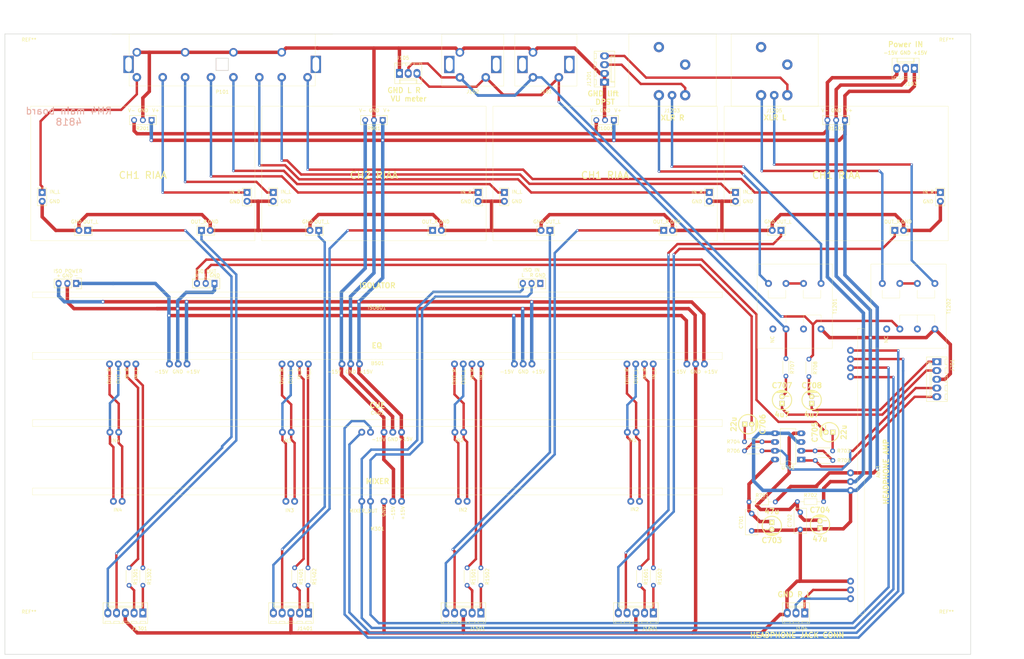
<source format=kicad_pcb>
(kicad_pcb (version 4) (host pcbnew 4.0.7)
  (title_block (title "Main board") (date 2017-10-02) (rev Rev-B) (company D&D))
  (layers (0 F.Cu signal) (31 B.Cu signal) (34 B.Paste user) (35 F.Paste user) (36 B.SilkS user) (37 F.SilkS user) (38 B.Mask user) (39 F.Mask user) (44 Edge.Cuts user))
  (net 0 "")
  (net 1 /V+)
  (net 2 GND)
  (net 3 /V-)
  (net 4 /MIX_OUT_R)
  (net 5 /MIX_OUT_L)
  (net 6 /ISO_OUT_R)
  (net 7 /ISO_OUT_L)
  (net 8 /PO1_R)
  (net 9 /PO1_L)
  (net 10 /BO1_R)
  (net 11 /BO1_L)
  (net 12 /BO2_R)
  (net 13 /BO2_L)
  (net 14 /BO3_R)
  (net 15 /BO3_L)
  (net 16 /BO4_R)
  (net 17 /BO4_L)
  (net 18 /PO2_L)
  (net 19 /PO2_R)
  (net 20 /PO3_L)
  (net 21 /PO3_R)
  (net 22 /PO4_L)
  (net 23 /PO4_R)
  (net 24 /headphone_preamp/OUT_L)
  (net 25 /headphone_preamp/OUT_R)
  (net 26 /preamp_1/Right_input)
  (net 27 /preamp_1/Left_input)
  (net 28 /preamp_2/Left_input)
  (net 29 /preamp_3/Right_input)
  (net 30 /preamp_4/Right_input)
  (net 31 /preamp_2/Right_input)
  (net 32 /preamp_3/Left_input)
  (net 33 /preamp_4/Left_input)
  (net 34 /CUE_OUT_L)
  (net 35 /CUE_OUT_R)
  (net 36 /ASYM_OUT_R)
  (net 37 /ASYM_OUT_L)
  (net 38 "Net-(T1201-Pad5)")
  (net 39 "Net-(T1202-Pad5)")
  (net 40 "Net-(J1203-Pad3)")
  (net 41 "Net-(J1205-Pad3)")
  (net 42 /TO1_R)
  (net 43 /TO1_L)
  (net 44 /TO2_L)
  (net 45 /TO3_L)
  (net 46 /TO4_L)
  (net 47 /TO2_R)
  (net 48 /TO3_R)
  (net 49 /TO4_R)
  (net 50 "Net-(R703-Pad1)")
  (net 51 "Net-(C705-Pad1)")
  (net 52 "Net-(R704-Pad1)")
  (net 53 "Net-(C706-Pad1)")
  (net 54 "Net-(C707-Pad2)")
  (net 55 "Net-(C708-Pad2)")
  (net 56 /master/PRE_MIX_R)
  (net 57 /master/PRE_MIX_L)
  (net 58 /master/MIX_OUT_R)
  (net 59 /master/MIX_OUT_L)
  (net 60 "Net-(J1203-Pad2)")
  (net 61 "Net-(J1205-Pad2)")
  (net 62 /master/+15V)
  (net 63 /master/-15V)
  (net 64 /symetriseur/XLR_GND_L)
  (net 65 /symetriseur/XLR_GND_R)
  (net 66 /trim_1/POT_OUT_L)
  (net 67 /trim_1/POT_OUT_R)
  (net 68 /trim_2/POT_OUT_L)
  (net 69 /trim_2/POT_OUT_R)
  (net 70 /trim_3/POT_OUT_L)
  (net 71 /trim_3/POT_OUT_R)
  (net 72 /trim_4/POT_OUT_L)
  (net 73 /trim_4/POT_OUT_R)
  (module Mounting_Holes:MountingHole_4.3mm_M4 (layer F.Cu) (at 57 57)
    (fp_text reference REF** (at 0 -5.3) (layer F.SilkS))
    (fp_text value MountingHole_4.3mm_M4)
    (pad 1 np_thru_hole circle (at 0 0) (size 4.3 4.3) (drill 4.3) (layers *.Cu *.Mask))
  )
  (module Mounting_Holes:MountingHole_4.3mm_M4 (layer F.Cu) (at 57 222.975)
    (fp_text reference REF** (at 0 -5.3) (layer F.SilkS))
    (fp_text value MountingHole_4.3mm_M4)
    (pad 1 np_thru_hole circle (at 0 0) (size 4.3 4.3) (drill 4.3) (layers *.Cu *.Mask))
  )
  (module Mounting_Holes:MountingHole_4.3mm_M4 (layer F.Cu) (at 323 222.975)
    (fp_text reference REF** (at 0 -5.3) (layer F.SilkS))
    (fp_text value MountingHole_4.3mm_M4)
    (pad 1 np_thru_hole circle (at 0 0) (size 4.3 4.3) (drill 4.3) (layers *.Cu *.Mask))
  )
  (module RCA_Connectors:PJRAS4X2U01AUX (layer F.Cu) (at 113.005 50.08 180)
    (fp_text reference P101 (at -0.02 -16.73 180) (layer F.SilkS))
    (fp_text value PJRAS4X2U01AUX)
    (pad T1A thru_hole circle (at -24.75 -12.5 180) (size 2.5 2.5) (drill 1.3) (layers *.Cu *.Mask) (net 30 /preamp_4/Right_input))
    (pad T2A thru_hole circle (at -17.25 -12.5 180) (size 2.5 2.5) (drill 1.3) (layers *.Cu *.Mask) (net 33 /preamp_4/Left_input))
    (pad SA thru_hole circle (at -17.25 -5.25 180) (size 2.5 2.5) (drill 1.5) (layers *.Cu *.Mask) (net 2 GND))
    (pad SB thru_hole circle (at -3.25 -5.25 180) (size 2.5 2.5) (drill 1.5) (layers *.Cu *.Mask) (net 2 GND))
    (pad SC thru_hole circle (at 10.75 -5.25 270) (size 2.5 2.5) (drill 1.5) (layers *.Cu *.Mask) (net 2 GND))
    (pad SD thru_hole circle (at 24.75 -5.25 180) (size 2.5 2.5) (drill 1.5) (layers *.Cu *.Mask) (net 2 GND))
    (pad T1B thru_hole circle (at -10.75 -12.5 180) (size 2.5 2.5) (drill 1.3) (layers *.Cu *.Mask) (net 29 /preamp_3/Right_input))
    (pad T1C thru_hole circle (at 3.25 -12.5 180) (size 2.5 2.5) (drill 1.3) (layers *.Cu *.Mask) (net 31 /preamp_2/Right_input))
    (pad T1D thru_hole circle (at 17.25 -12.5 180) (size 2.5 2.5) (drill 1.3) (layers *.Cu *.Mask) (net 26 /preamp_1/Right_input))
    (pad T2B thru_hole circle (at -3.25 -12.5 180) (size 2.5 2.5) (drill 1.3) (layers *.Cu *.Mask) (net 32 /preamp_3/Left_input))
    (pad T2C thru_hole circle (at 10.75 -12.5 180) (size 2.5 2.5) (drill 1.3) (layers *.Cu *.Mask) (net 28 /preamp_2/Left_input))
    (pad T2D thru_hole circle (at 24.75 -12.5 180) (size 2.5 2.5) (drill 1.3) (layers *.Cu *.Mask) (net 27 /preamp_1/Left_input))
    (pad "" np_thru_hole rect (at -27.15 -8.75 180) (size 3 5) (drill oval 1.9 4.2) (layers *.Cu *.Mask))
    (pad "" np_thru_hole rect (at 27.15 -8.75 180) (size 3 5) (drill oval 1.9 4.2) (layers *.Cu *.Mask))
  )
  (module Transformers_audio_TH:Transf_audio_1P2S (layer F.Cu) (at 312 129 90)
    (fp_text reference T1202 (at 0 11.62 90) (layer F.SilkS))
    (fp_text value Transformer_SP_2S)
    (fp_text user NC (at -9.66 -6.49 90) (layer F.SilkS))
    (pad 7 thru_hole circle (at 6.604 -7.62 90) (size 2 2) (drill 1) (layers *.Cu *.Mask) (net 61 "Net-(J1205-Pad2)"))
    (pad "" np_thru_hole circle (at -6.604 -6.35 90) (size 2 2) (drill 1) (layers *.Cu *.Mask))
    (pad 1 thru_hole circle (at -6.604 -2.54 90) (size 2 2) (drill 1) (layers *.Cu *.Mask) (net 37 /ASYM_OUT_L))
    (pad 6 thru_hole circle (at 6.604 -2.54 90) (size 2 2) (drill 1) (layers *.Cu *.Mask) (net 39 "Net-(T1202-Pad5)"))
    (pad 2 thru_hole circle (at -6.604 2.54 90) (size 2 2) (drill 1) (layers *.Cu *.Mask))
    (pad 5 thru_hole circle (at 6.604 2.54 90) (size 2 2) (drill 1) (layers *.Cu *.Mask) (net 39 "Net-(T1202-Pad5)"))
    (pad 3 thru_hole circle (at -6.604 7.62 90) (size 2 2) (drill 1) (layers *.Cu *.Mask) (net 2 GND))
    (pad 4 thru_hole circle (at 6.604 7.62 90) (size 2 2) (drill 1) (layers *.Cu *.Mask) (net 41 "Net-(J1205-Pad3)"))
  )
  (module Transformers_audio_TH:Transf_audio_1P2S (layer F.Cu) (at 279 129 90)
    (fp_text reference T1201 (at 0 11.62 90) (layer F.SilkS))
    (fp_text value Transformer_SP_2S)
    (fp_text user NC (at -9.66 -6.49 90) (layer F.SilkS))
    (pad 7 thru_hole circle (at 6.604 -7.62 90) (size 2 2) (drill 1) (layers *.Cu *.Mask) (net 60 "Net-(J1203-Pad2)"))
    (pad "" np_thru_hole circle (at -6.604 -6.35 90) (size 2 2) (drill 1) (layers *.Cu *.Mask))
    (pad 1 thru_hole circle (at -6.604 -2.54 90) (size 2 2) (drill 1) (layers *.Cu *.Mask) (net 36 /ASYM_OUT_R))
    (pad 6 thru_hole circle (at 6.604 -2.54 90) (size 2 2) (drill 1) (layers *.Cu *.Mask) (net 38 "Net-(T1201-Pad5)"))
    (pad 2 thru_hole circle (at -6.604 2.54 90) (size 2 2) (drill 1) (layers *.Cu *.Mask))
    (pad 5 thru_hole circle (at 6.604 2.54 90) (size 2 2) (drill 1) (layers *.Cu *.Mask) (net 38 "Net-(T1201-Pad5)"))
    (pad 3 thru_hole circle (at -6.604 7.62 90) (size 2 2) (drill 1) (layers *.Cu *.Mask) (net 2 GND))
    (pad 4 thru_hole circle (at 6.604 7.62 90) (size 2 2) (drill 1) (layers *.Cu *.Mask) (net 40 "Net-(J1203-Pad3)"))
  )
  (module Cue_footprint:cue_footprint (layer F.Cu) (at 158 161.91)
    (fp_text reference C401 (at 0.01 -1.935) (layer F.SilkS))
    (fp_text value Cue)
    (fp_text user IN1 (at 73.97 5.93) (layer F.SilkS))
    (fp_text user IN2 (at 23.78 5.94) (layer F.SilkS))
    (fp_text user IN3 (at -26.15 6.14) (layer F.SilkS))
    (fp_text user IN4 (at -75.99 6.07) (layer F.SilkS))
    (fp_text user -15V (at 0.32 5.73) (layer F.SilkS))
    (fp_text user GND (at 4.47 5.73) (layer F.SilkS))
    (fp_text user +15V (at 8.17 5.64) (layer F.SilkS))
    (pad 4 thru_hole circle (at -77.54 3.64) (size 2 2) (drill 1) (layers *.Cu *.Mask) (net 11 /BO1_L))
    (pad 5 thru_hole circle (at -75 3.64) (size 2 2) (drill 1) (layers *.Cu *.Mask) (net 10 /BO1_R))
    (pad 6 thru_hole circle (at -27.54 3.64) (size 2 2) (drill 1) (layers *.Cu *.Mask) (net 13 /BO2_L))
    (pad 8 thru_hole circle (at 22.46 3.64) (size 2 2) (drill 1) (layers *.Cu *.Mask) (net 15 /BO3_L))
    (pad 10 thru_hole circle (at 72.46 3.64) (size 2 2) (drill 1) (layers *.Cu *.Mask) (net 17 /BO4_L))
    (pad 7 thru_hole circle (at -25 3.64) (size 2 2) (drill 1) (layers *.Cu *.Mask) (net 12 /BO2_R))
    (pad 9 thru_hole circle (at 25 3.64) (size 2 2) (drill 1) (layers *.Cu *.Mask) (net 14 /BO3_R))
    (pad 11 thru_hole circle (at 75 3.64) (size 2 2) (drill 1) (layers *.Cu *.Mask) (net 16 /BO4_R))
    (pad 12 thru_hole circle (at -4.54 3.64) (size 2 2) (drill 1) (layers *.Cu *.Mask) (net 35 /CUE_OUT_R))
    (pad 13 thru_hole circle (at -2 3.64) (size 2 2) (drill 1) (layers *.Cu *.Mask) (net 34 /CUE_OUT_L))
    (pad 3 thru_hole circle (at 1.92 3.64) (size 2 2) (drill 1) (layers *.Cu *.Mask) (net 3 /V-))
    (pad 2 thru_hole circle (at 4.46 3.64) (size 2 2) (drill 1) (layers *.Cu *.Mask) (net 2 GND))
    (pad 1 thru_hole circle (at 7 3.64) (size 2 2) (drill 1) (layers *.Cu *.Mask) (net 1 /V+))
  )
  (module mixer_footprint:mixer_footprint (layer F.Cu) (at 158 181.77)
    (fp_text reference M301 (at -0.01 11.82) (layer F.SilkS))
    (fp_text value Mixer)
    (fp_text user MIXER_OUT (at -4.04 6.61) (layer F.SilkS))
    (fp_text user IN4 (at -75.27 6.31) (layer F.SilkS))
    (fp_text user GND (at 1.79 6.76 90) (layer F.SilkS))
    (fp_text user -15V (at 4.56 7.24 90) (layer F.SilkS))
    (fp_text user +15V (at 7.36 7.24 90) (layer F.SilkS))
    (fp_text user IN3 (at -25.45 6.46) (layer F.SilkS))
    (fp_text user IN2 (at 24.82 6.31) (layer F.SilkS))
    (fp_text user IN2 (at 74.58 6.15) (layer F.SilkS))
    (pad 4 thru_hole circle (at -76.540054 3.83) (size 2 2) (drill 1) (layers *.Cu *.Mask) (net 11 /BO1_L))
    (pad 5 thru_hole circle (at -74.000054 3.83) (size 2 2) (drill 1) (layers *.Cu *.Mask) (net 10 /BO1_R))
    (pad 6 thru_hole circle (at -26.540054 3.83) (size 2 2) (drill 1) (layers *.Cu *.Mask) (net 13 /BO2_L))
    (pad 8 thru_hole circle (at 23.459946 3.83) (size 2 2) (drill 1) (layers *.Cu *.Mask) (net 15 /BO3_L))
    (pad 10 thru_hole circle (at 73.459946 3.83) (size 2 2) (drill 1) (layers *.Cu *.Mask) (net 17 /BO4_L))
    (pad 12 thru_hole circle (at -4.540054 3.83) (size 2 2) (drill 1) (layers *.Cu *.Mask) (net 5 /MIX_OUT_L))
    (pad 9 thru_hole circle (at 25.999946 3.83) (size 2 2) (drill 1) (layers *.Cu *.Mask) (net 14 /BO3_R))
    (pad 11 thru_hole circle (at 75.999946 3.83) (size 2 2) (drill 1) (layers *.Cu *.Mask) (net 16 /BO4_R))
    (pad 7 thru_hole circle (at -24.000054 3.83) (size 2 2) (drill 1) (layers *.Cu *.Mask) (net 12 /BO2_R))
    (pad 13 thru_hole circle (at -2.000054 3.83) (size 2 2) (drill 1) (layers *.Cu *.Mask) (net 4 /MIX_OUT_R))
    (pad 2 thru_hole circle (at 1.919946 3.83) (size 2 2) (drill 1) (layers *.Cu *.Mask) (net 2 GND))
    (pad 3 thru_hole circle (at 4.459946 3.83) (size 2 2) (drill 1) (layers *.Cu *.Mask) (net 3 /V-))
    (pad 1 thru_hole circle (at 6.999946 3.83) (size 2 2) (drill 1) (layers *.Cu *.Mask) (net 1 /V+))
  )
  (module Baxandall:Baxandall (layer F.Cu) (at 158 142.4)
    (fp_text reference B501 (at 0.06 3.16) (layer F.SilkS))
    (fp_text value Baxandall)
    (fp_text user OUT_R (at -77.75 6.89 90) (layer F.SilkS))
    (fp_text user IN_R (at -72.62 6.15 90) (layer F.SilkS))
    (fp_text user OUT_L (at -75.14 6.89 90) (layer F.SilkS))
    (fp_text user IN_L (at -69.94 6.22 90) (layer F.SilkS))
    (fp_text user -15V (at 87.45 5.6) (layer F.SilkS))
    (fp_text user GND (at 92.25 5.6) (layer F.SilkS))
    (fp_text user +15V (at 96.59 5.6) (layer F.SilkS))
    (fp_text user +15V (at 46.65 5.6) (layer F.SilkS))
    (fp_text user GND (at 42.31 5.6) (layer F.SilkS))
    (fp_text user -15V (at 37.51 5.6) (layer F.SilkS))
    (fp_text user +15V (at -3.4 5.6) (layer F.SilkS))
    (fp_text user GND (at -7.74 5.6) (layer F.SilkS))
    (fp_text user -15V (at -12.54 5.6) (layer F.SilkS))
    (fp_text user -15V (at -62.67 5.6) (layer F.SilkS))
    (fp_text user GND (at -57.87 5.6) (layer F.SilkS))
    (fp_text user +15V (at -53.53 5.6) (layer F.SilkS))
    (fp_text user IN_L (at -19.94 6.26 90) (layer F.SilkS))
    (fp_text user IN_R (at -22.62 6.19 90) (layer F.SilkS))
    (fp_text user OUT_L (at -25.14 6.93 90) (layer F.SilkS))
    (fp_text user OUT_R (at -27.75 6.93 90) (layer F.SilkS))
    (fp_text user IN_L (at 30.13 6.42 90) (layer F.SilkS))
    (fp_text user IN_R (at 27.45 6.35 90) (layer F.SilkS))
    (fp_text user OUT_L (at 24.93 7.09 90) (layer F.SilkS))
    (fp_text user OUT_R (at 22.32 7.09 90) (layer F.SilkS))
    (fp_text user IN_L (at 80.17 6.27 90) (layer F.SilkS))
    (fp_text user IN_R (at 77.49 6.2 90) (layer F.SilkS))
    (fp_text user OUT_L (at 74.97 6.94 90) (layer F.SilkS))
    (fp_text user OUT_R (at 72.36 6.94 90) (layer F.SilkS))
    (pad 7 thru_hole circle (at -77.659 3.36) (size 2 2) (drill 1) (layers *.Cu *.Mask) (net 10 /BO1_R))
    (pad 6 thru_hole circle (at -75.119 3.36) (size 2 2) (drill 1) (layers *.Cu *.Mask) (net 11 /BO1_L))
    (pad 5 thru_hole circle (at -72.579 3.36) (size 2 2) (drill 1) (layers *.Cu *.Mask) (net 42 /TO1_R))
    (pad 4 thru_hole circle (at -70.039 3.36) (size 2 2) (drill 1) (layers *.Cu *.Mask) (net 43 /TO1_L))
    (pad 11 thru_hole circle (at -20.039 3.36) (size 2 2) (drill 1) (layers *.Cu *.Mask) (net 44 /TO2_L))
    (pad 18 thru_hole circle (at 29.961 3.36) (size 2 2) (drill 1) (layers *.Cu *.Mask) (net 45 /TO3_L))
    (pad 25 thru_hole circle (at 79.961 3.36) (size 2 2) (drill 1) (layers *.Cu *.Mask) (net 46 /TO4_L))
    (pad 12 thru_hole circle (at -22.579 3.36) (size 2 2) (drill 1) (layers *.Cu *.Mask) (net 47 /TO2_R))
    (pad 19 thru_hole circle (at 27.421 3.36) (size 2 2) (drill 1) (layers *.Cu *.Mask) (net 48 /TO3_R))
    (pad 26 thru_hole circle (at 77.421 3.36) (size 2 2) (drill 1) (layers *.Cu *.Mask) (net 49 /TO4_R))
    (pad 13 thru_hole circle (at -25.119 3.36) (size 2 2) (drill 1) (layers *.Cu *.Mask) (net 13 /BO2_L))
    (pad 20 thru_hole circle (at 24.881 3.36) (size 2 2) (drill 1) (layers *.Cu *.Mask) (net 15 /BO3_L))
    (pad 27 thru_hole circle (at 74.881 3.36) (size 2 2) (drill 1) (layers *.Cu *.Mask) (net 17 /BO4_L))
    (pad 14 thru_hole circle (at -27.659 3.36) (size 2 2) (drill 1) (layers *.Cu *.Mask) (net 12 /BO2_R))
    (pad 21 thru_hole circle (at 22.341 3.36) (size 2 2) (drill 1) (layers *.Cu *.Mask) (net 14 /BO3_R))
    (pad 28 thru_hole circle (at 72.341 3.36) (size 2 2) (drill 1) (layers *.Cu *.Mask) (net 16 /BO4_R))
    (pad 3 thru_hole circle (at -60.28 3.36) (size 2 2) (drill 1) (layers *.Cu *.Mask) (net 3 /V-))
    (pad 2 thru_hole circle (at -57.74 3.36) (size 2 2) (drill 1) (layers *.Cu *.Mask) (net 2 GND))
    (pad 1 thru_hole circle (at -55.2 3.36) (size 2 2) (drill 1) (layers *.Cu *.Mask) (net 1 /V+))
    (pad 8 thru_hole circle (at -5.2 3.36) (size 2 2) (drill 1) (layers *.Cu *.Mask) (net 1 /V+))
    (pad 15 thru_hole circle (at 44.8 3.36) (size 2 2) (drill 1) (layers *.Cu *.Mask) (net 1 /V+))
    (pad 22 thru_hole circle (at 94.8 3.36) (size 2 2) (drill 1) (layers *.Cu *.Mask) (net 1 /V+))
    (pad 9 thru_hole circle (at -7.74 3.36) (size 2 2) (drill 1) (layers *.Cu *.Mask) (net 2 GND))
    (pad 16 thru_hole circle (at 42.26 3.36) (size 2 2) (drill 1) (layers *.Cu *.Mask) (net 2 GND))
    (pad 23 thru_hole circle (at 92.26 3.36) (size 2 2) (drill 1) (layers *.Cu *.Mask) (net 2 GND))
    (pad 10 thru_hole circle (at -10.28 3.36) (size 2 2) (drill 1) (layers *.Cu *.Mask) (net 3 /V-))
    (pad 17 thru_hole circle (at 39.72 3.36) (size 2 2) (drill 1) (layers *.Cu *.Mask) (net 3 /V-))
    (pad 24 thru_hole circle (at 89.72 3.36) (size 2 2) (drill 1) (layers *.Cu *.Mask) (net 3 /V-))
  )
  (module ISO_footprint:ISO_footprint (layer F.Cu) (at 158 124.92)
    (fp_text reference ISO601 (at -0.16 4.51) (layer F.SilkS))
    (fp_text value ISO)
    (fp_text user L (at -49.83 -4.76) (layer F.SilkS))
    (fp_text user R (at -52.4 -4.7) (layer F.SilkS))
    (fp_text user GND (at -47.17 -4.84) (layer F.SilkS))
    (fp_text user "ISO OUT" (at -49.75 -6.04) (layer F.SilkS))
    (fp_text user - (at -87.38 -4.89) (layer F.SilkS))
    (fp_text user GND (at -89.85 -4.76) (layer F.SilkS))
    (fp_text user + (at -92.43 -4.84) (layer F.SilkS))
    (fp_text user "ISO POWER" (at -89.73 -6.09) (layer F.SilkS))
    (fp_text user "ISO IN" (at 44.66 -6.43) (layer F.SilkS))
    (fp_text user L (at 42.17 -4.95) (layer F.SilkS))
    (fp_text user R (at 44.67 -4.92) (layer F.SilkS))
    (fp_text user GND (at 47.23 -4.92) (layer F.SilkS))
    (pad 3 thru_hole rect (at -87.35 -2.54 270) (size 2.032 1.7272) (drill 1.016) (layers *.Cu *.Mask) (net 3 /V-))
    (pad 2 thru_hole oval (at -89.89 -2.54 270) (size 2.032 1.7272) (drill 1.016) (layers *.Cu *.Mask) (net 2 GND))
    (pad 1 thru_hole oval (at -92.43 -2.54 270) (size 2.032 1.7272) (drill 1.016) (layers *.Cu *.Mask) (net 1 /V+))
    (pad 8 thru_hole oval (at 44.69 -2.54 270) (size 2.032 1.7272) (drill 1.016) (layers *.Cu *.Mask) (net 4 /MIX_OUT_R))
    (pad 7 thru_hole oval (at 42.15 -2.54 270) (size 2.032 1.7272) (drill 1.016) (layers *.Cu *.Mask) (net 5 /MIX_OUT_L))
    (pad 9 thru_hole rect (at 47.23 -2.54 270) (size 2.032 1.7272) (drill 1.016) (layers *.Cu *.Mask) (net 2 GND))
    (pad 4 thru_hole oval (at -52.32 -2.54 270) (size 2.032 1.7272) (drill 1.016) (layers *.Cu *.Mask) (net 6 /ISO_OUT_R))
    (pad 5 thru_hole oval (at -49.78 -2.54 270) (size 2.032 1.7272) (drill 1.016) (layers *.Cu *.Mask) (net 7 /ISO_OUT_L))
    (pad 6 thru_hole rect (at -47.24 -2.54 270) (size 2.032 1.7272) (drill 1.016) (layers *.Cu *.Mask) (net 2 GND))
  )
  (module HP_amp_footprint:HP_amp (layer F.Cu) (at 299.205 176.93 270)
    (fp_text reference A801 (at 0 -4 270) (layer F.SilkS))
    (fp_text value hp_amp)
    (pad 7 thru_hole circle (at -35.119993 4.04 270) (size 2 2) (drill 1) (layers *.Cu *.Mask) (net 35 /CUE_OUT_R))
    (pad 6 thru_hole circle (at -32.579993 4.04 270) (size 2 2) (drill 1) (layers *.Cu *.Mask) (net 34 /CUE_OUT_L))
    (pad 5 thru_hole circle (at -30.039993 4.04 270) (size 2 2) (drill 1) (layers *.Cu *.Mask) (net 4 /MIX_OUT_R))
    (pad 4 thru_hole circle (at -27.499993 4.04 270) (size 2 2) (drill 1) (layers *.Cu *.Mask) (net 5 /MIX_OUT_L))
    (pad 1 thru_hole circle (at 0.420007 4.04 270) (size 2 2) (drill 1) (layers *.Cu *.Mask) (net 1 /V+))
    (pad 3 thru_hole circle (at 2.960007 4.04 270) (size 2 2) (drill 1) (layers *.Cu *.Mask) (net 3 /V-))
    (pad 2 thru_hole circle (at 5.500007 4.04 270) (size 2 2) (drill 1) (layers *.Cu *.Mask) (net 2 GND))
    (pad 8 thru_hole circle (at 31.845007 4.04 270) (size 2 2) (drill 1) (layers *.Cu *.Mask) (net 2 GND))
    (pad 9 thru_hole circle (at 34.385007 4.04 270) (size 2 2) (drill 1) (layers *.Cu *.Mask) (net 24 /headphone_preamp/OUT_L))
    (pad 10 thru_hole circle (at 36.925007 4.04 270) (size 2 2) (drill 1) (layers *.Cu *.Mask) (net 25 /headphone_preamp/OUT_R))
  )
  (module RCA_Connectors:PJRAS1X2S01AUX (layer F.Cu) (at 206.855 50.105 180)
    (fp_text reference J101 (at 0.01 -16.63 180) (layer F.SilkS))
    (fp_text value Conn_Coaxial_x2)
    (pad 2 thru_hole circle (at 3.75 -12.5 180) (size 2.5 2.5) (drill 1.3) (layers *.Cu *.Mask) (net 37 /ASYM_OUT_L))
    (pad 1 thru_hole circle (at -3.75 -12.5 180) (size 2.5 2.5) (drill 1.3) (layers *.Cu *.Mask) (net 36 /ASYM_OUT_R))
    (pad 3 thru_hole circle (at 3.75 -5.25 180) (size 2.5 2.5) (drill 1.5) (layers *.Cu *.Mask) (net 2 GND))
    (pad 4 thru_hole rect (at 6.8 -8.75 180) (size 3 5) (drill oval 2 4) (layers *.Cu *.Mask))
    (pad 4 thru_hole rect (at -6.8 -8.75 180) (size 3 5) (drill oval 2 4) (layers *.Cu *.Mask))
  )
  (module RCA_Connectors:PJRAS1X2S01AUX (layer F.Cu) (at 185.655 50.105 180)
    (fp_text reference J102 (at 0.01 -16.63 180) (layer F.SilkS))
    (fp_text value Conn_Coaxial_x2)
    (pad 2 thru_hole circle (at 3.75 -12.5 180) (size 2.5 2.5) (drill 1.3) (layers *.Cu *.Mask) (net 37 /ASYM_OUT_L))
    (pad 1 thru_hole circle (at -3.75 -12.5 180) (size 2.5 2.5) (drill 1.3) (layers *.Cu *.Mask) (net 36 /ASYM_OUT_R))
    (pad 3 thru_hole circle (at 3.75 -5.25 180) (size 2.5 2.5) (drill 1.5) (layers *.Cu *.Mask) (net 2 GND))
    (pad 4 thru_hole rect (at 6.8 -8.75 180) (size 3 5) (drill oval 2 4) (layers *.Cu *.Mask))
    (pad 4 thru_hole rect (at -6.8 -8.75 180) (size 3 5) (drill oval 2 4) (layers *.Cu *.Mask))
  )
  (module Housings_DIP:DIP-8_W7.62mm_LongPads (layer F.Cu) (at 280.875 173.48 180)
    (fp_text reference U701 (at 3.81 -2.33 180) (layer F.SilkS))
    (fp_text value NE5532)
    (pad 1 thru_hole rect (at 0 0 180) (size 2.4 1.6) (drill 0.8) (layers *.Cu *.Mask) (net 56 /master/PRE_MIX_R))
    (pad 5 thru_hole oval (at 7.62 7.62 180) (size 2.4 1.6) (drill 0.8) (layers *.Cu *.Mask) (net 2 GND))
    (pad 2 thru_hole oval (at 0 2.54 180) (size 2.4 1.6) (drill 0.8) (layers *.Cu *.Mask) (net 50 "Net-(R703-Pad1)"))
    (pad 6 thru_hole oval (at 7.62 5.08 180) (size 2.4 1.6) (drill 0.8) (layers *.Cu *.Mask) (net 52 "Net-(R704-Pad1)"))
    (pad 3 thru_hole oval (at 0 5.08 180) (size 2.4 1.6) (drill 0.8) (layers *.Cu *.Mask) (net 2 GND))
    (pad 7 thru_hole oval (at 7.62 2.54 180) (size 2.4 1.6) (drill 0.8) (layers *.Cu *.Mask) (net 57 /master/PRE_MIX_L))
    (pad 4 thru_hole oval (at 0 7.62 180) (size 2.4 1.6) (drill 0.8) (layers *.Cu *.Mask) (net 63 /master/-15V))
    (pad 8 thru_hole oval (at 7.62 0 180) (size 2.4 1.6) (drill 0.8) (layers *.Cu *.Mask) (net 62 /master/+15V))
  )
  (module Connectors_Molex:Molex_KK-6410-05_05x2.54mm_Straight (layer F.Cu) (at 90 218 180)
    (fp_text reference J1301 (at 1 -4.5 180) (layer F.SilkS))
    (fp_text value Conn_01x05_Male)
    (pad 1 thru_hole rect (at 0 0 180) (size 2 2.6) (drill 1.2) (layers *.Cu *.Mask) (net 66 /trim_1/POT_OUT_L))
    (pad 2 thru_hole oval (at 2.54 0 180) (size 2 2.6) (drill 1.2) (layers *.Cu *.Mask) (net 67 /trim_1/POT_OUT_R))
    (pad 3 thru_hole oval (at 5.08 0 180) (size 2 2.6) (drill 1.2) (layers *.Cu *.Mask) (net 2 GND))
    (pad 4 thru_hole oval (at 7.62 0 180) (size 2 2.6) (drill 1.2) (layers *.Cu *.Mask) (net 9 /PO1_L))
    (pad 5 thru_hole oval (at 10.16 0 180) (size 2 2.6) (drill 1.2) (layers *.Cu *.Mask) (net 8 /PO1_R))
  )
  (module Connectors_Molex:Molex_KK-6410-05_05x2.54mm_Straight (layer F.Cu) (at 138 218 180)
    (fp_text reference J1401 (at 1 -4.5 180) (layer F.SilkS))
    (fp_text value Conn_01x05_Male)
    (pad 1 thru_hole rect (at 0 0 180) (size 2 2.6) (drill 1.2) (layers *.Cu *.Mask) (net 68 /trim_2/POT_OUT_L))
    (pad 2 thru_hole oval (at 2.54 0 180) (size 2 2.6) (drill 1.2) (layers *.Cu *.Mask) (net 69 /trim_2/POT_OUT_R))
    (pad 3 thru_hole oval (at 5.08 0 180) (size 2 2.6) (drill 1.2) (layers *.Cu *.Mask) (net 2 GND))
    (pad 4 thru_hole oval (at 7.62 0 180) (size 2 2.6) (drill 1.2) (layers *.Cu *.Mask) (net 18 /PO2_L))
    (pad 5 thru_hole oval (at 10.16 0 180) (size 2 2.6) (drill 1.2) (layers *.Cu *.Mask) (net 19 /PO2_R))
  )
  (module Connectors_Molex:Molex_KK-6410-05_05x2.54mm_Straight (layer F.Cu) (at 188 218 180)
    (fp_text reference J1501 (at 1 -4.5 180) (layer F.SilkS))
    (fp_text value Conn_01x05_Male)
    (pad 1 thru_hole rect (at 0 0 180) (size 2 2.6) (drill 1.2) (layers *.Cu *.Mask) (net 70 /trim_3/POT_OUT_L))
    (pad 2 thru_hole oval (at 2.54 0 180) (size 2 2.6) (drill 1.2) (layers *.Cu *.Mask) (net 71 /trim_3/POT_OUT_R))
    (pad 3 thru_hole oval (at 5.08 0 180) (size 2 2.6) (drill 1.2) (layers *.Cu *.Mask) (net 2 GND))
    (pad 4 thru_hole oval (at 7.62 0 180) (size 2 2.6) (drill 1.2) (layers *.Cu *.Mask) (net 20 /PO3_L))
    (pad 5 thru_hole oval (at 10.16 0 180) (size 2 2.6) (drill 1.2) (layers *.Cu *.Mask) (net 21 /PO3_R))
  )
  (module Connectors_Molex:Molex_KK-6410-05_05x2.54mm_Straight (layer F.Cu) (at 238 218 180)
    (fp_text reference J1601 (at 1 -4.5 180) (layer F.SilkS))
    (fp_text value Conn_01x05_Male)
    (pad 1 thru_hole rect (at 0 0 180) (size 2 2.6) (drill 1.2) (layers *.Cu *.Mask) (net 72 /trim_4/POT_OUT_L))
    (pad 2 thru_hole oval (at 2.54 0 180) (size 2 2.6) (drill 1.2) (layers *.Cu *.Mask) (net 73 /trim_4/POT_OUT_R))
    (pad 3 thru_hole oval (at 5.08 0 180) (size 2 2.6) (drill 1.2) (layers *.Cu *.Mask) (net 2 GND))
    (pad 4 thru_hole oval (at 7.62 0 180) (size 2 2.6) (drill 1.2) (layers *.Cu *.Mask) (net 22 /PO4_L))
    (pad 5 thru_hole oval (at 10.16 0 180) (size 2 2.6) (drill 1.2) (layers *.Cu *.Mask) (net 23 /PO4_R))
  )
  (module Resistors_ThroughHole:R_Axial_DIN0204_L3.6mm_D1.6mm_P5.08mm_Horizontal (layer F.Cu) (at 284.895 170.975)
    (fp_text reference R703 (at 8.3 0) (layer F.SilkS))
    (fp_text value 10K)
    (pad 1 thru_hole circle (at 0 0) (size 1.4 1.4) (drill 0.7) (layers *.Cu *.Mask) (net 50 "Net-(R703-Pad1)"))
    (pad 2 thru_hole oval (at 5.08 0) (size 1.4 1.4) (drill 0.7) (layers *.Cu *.Mask) (net 51 "Net-(C705-Pad1)"))
  )
  (module Resistors_ThroughHole:R_Axial_DIN0204_L3.6mm_D1.6mm_P5.08mm_Horizontal (layer F.Cu) (at 269.5 168.325 180)
    (fp_text reference R704 (at 8.3 0 180) (layer F.SilkS))
    (fp_text value 10K)
    (pad 1 thru_hole circle (at 0 0 180) (size 1.4 1.4) (drill 0.7) (layers *.Cu *.Mask) (net 52 "Net-(R704-Pad1)"))
    (pad 2 thru_hole oval (at 5.08 0 180) (size 1.4 1.4) (drill 0.7) (layers *.Cu *.Mask) (net 53 "Net-(C706-Pad1)"))
  )
  (module Resistors_ThroughHole:R_Axial_DIN0204_L3.6mm_D1.6mm_P5.08mm_Horizontal (layer F.Cu) (at 284.945 173.75)
    (fp_text reference R705 (at 8.3 0) (layer F.SilkS))
    (fp_text value 12K)
    (pad 1 thru_hole circle (at 0 0) (size 1.4 1.4) (drill 0.7) (layers *.Cu *.Mask) (net 56 /master/PRE_MIX_R))
    (pad 2 thru_hole oval (at 5.08 0) (size 1.4 1.4) (drill 0.7) (layers *.Cu *.Mask) (net 50 "Net-(R703-Pad1)"))
  )
  (module Resistors_ThroughHole:R_Axial_DIN0204_L3.6mm_D1.6mm_P5.08mm_Horizontal (layer F.Cu) (at 269.5 170.975 180)
    (fp_text reference R706 (at 8.3 0 180) (layer F.SilkS))
    (fp_text value 12K)
    (pad 1 thru_hole circle (at 0 0 180) (size 1.4 1.4) (drill 0.7) (layers *.Cu *.Mask) (net 57 /master/PRE_MIX_L))
    (pad 2 thru_hole oval (at 5.08 0 180) (size 1.4 1.4) (drill 0.7) (layers *.Cu *.Mask) (net 52 "Net-(R704-Pad1)"))
  )
  (module w_capacitors:CP_5x11mm (layer F.Cu) (at 289.025 165.55 90)
    (fp_text reference C705 (at 0 -4.2 90) (layer F.SilkS) (effects (font (thickness 0.3048))))
    (fp_text value 22u (at 0 4.2 90) (layer F.SilkS) (effects (font (thickness 0.3048))))
    (pad 1 thru_hole rect (at 0 1 90) (size 1.5 1.5) (drill 0.65) (layers *.Cu *.Mask F.SilkS) (net 51 "Net-(C705-Pad1)"))
    (pad 2 thru_hole circle (at 0 -1 90) (size 1.5 1.5) (drill 0.65) (layers *.Cu *.Mask F.SilkS) (net 6 /ISO_OUT_R))
  )
  (module w_capacitors:CP_5x11mm (layer F.Cu) (at 265.5 163.225 270)
    (fp_text reference C706 (at 0 -4.2 270) (layer F.SilkS) (effects (font (thickness 0.3048))))
    (fp_text value 22u (at 0 4.2 270) (layer F.SilkS) (effects (font (thickness 0.3048))))
    (pad 1 thru_hole rect (at 0 1 270) (size 1.5 1.5) (drill 0.65) (layers *.Cu *.Mask F.SilkS) (net 53 "Net-(C706-Pad1)"))
    (pad 2 thru_hole circle (at 0 -1 270) (size 1.5 1.5) (drill 0.65) (layers *.Cu *.Mask F.SilkS) (net 7 /ISO_OUT_L))
  )
  (module w_capacitors:CP_5x11mm (layer F.Cu) (at 275.3 156.2)
    (fp_text reference C707 (at 0 -4.2) (layer F.SilkS) (effects (font (thickness 0.3048))))
    (fp_text value 4u7 (at 0 4.2) (layer F.SilkS) (effects (font (thickness 0.3048))))
    (pad 1 thru_hole rect (at 0 1) (size 1.5 1.5) (drill 0.65) (layers *.Cu *.Mask F.SilkS) (net 58 /master/MIX_OUT_R))
    (pad 2 thru_hole circle (at 0 -1) (size 1.5 1.5) (drill 0.65) (layers *.Cu *.Mask F.SilkS) (net 54 "Net-(C707-Pad2)"))
  )
  (module w_capacitors:CP_5x11mm (layer F.Cu) (at 283.9 156.2)
    (fp_text reference C708 (at 0 -4.2) (layer F.SilkS) (effects (font (thickness 0.3048))))
    (fp_text value 4u7 (at 0 4.2) (layer F.SilkS) (effects (font (thickness 0.3048))))
    (pad 1 thru_hole rect (at 0 1) (size 1.5 1.5) (drill 0.65) (layers *.Cu *.Mask F.SilkS) (net 59 /master/MIX_OUT_L))
    (pad 2 thru_hole circle (at 0 -1) (size 1.5 1.5) (drill 0.65) (layers *.Cu *.Mask F.SilkS) (net 55 "Net-(C708-Pad2)"))
  )
  (module Resistors_ThroughHole:R_Axial_DIN0204_L3.6mm_D1.6mm_P5.08mm_Horizontal (layer F.Cu) (at 276.425 144.2 270)
    (fp_text reference R707 (at 2.54 -1.86 270) (layer F.SilkS))
    (fp_text value R_Small)
    (pad 1 thru_hole circle (at 0 0 270) (size 1.4 1.4) (drill 0.7) (layers *.Cu *.Mask) (net 36 /ASYM_OUT_R))
    (pad 2 thru_hole oval (at 5.08 0 270) (size 1.4 1.4) (drill 0.7) (layers *.Cu *.Mask) (net 54 "Net-(C707-Pad2)"))
  )
  (module Resistors_ThroughHole:R_Axial_DIN0204_L3.6mm_D1.6mm_P5.08mm_Horizontal (layer F.Cu) (at 283.1 144.35 270)
    (fp_text reference R708 (at 2.54 -1.86 270) (layer F.SilkS))
    (fp_text value R_Small)
    (pad 1 thru_hole circle (at 0 0 270) (size 1.4 1.4) (drill 0.7) (layers *.Cu *.Mask) (net 37 /ASYM_OUT_L))
    (pad 2 thru_hole oval (at 5.08 0 270) (size 1.4 1.4) (drill 0.7) (layers *.Cu *.Mask) (net 55 "Net-(C708-Pad2)"))
  )
  (module Capacitors_ThroughHole:C_Rect_L7.2mm_W3.5mm_P5.00mm_FKS2_FKP2_MKS2_MKP2 (layer F.Cu) (at 266.5 194.15 90)
    (fp_text reference C701 (at 2.5 -3.06 90) (layer F.SilkS))
    (fp_text value 100n)
    (pad 1 thru_hole circle (at 0 0 90) (size 1.6 1.6) (drill 0.8) (layers *.Cu *.Mask) (net 2 GND))
    (pad 2 thru_hole circle (at 5 0 90) (size 1.6 1.6) (drill 0.8) (layers *.Cu *.Mask) (net 62 /master/+15V))
  )
  (module Capacitors_ThroughHole:C_Rect_L7.2mm_W3.5mm_P5.00mm_FKS2_FKP2_MKS2_MKP2 (layer F.Cu) (at 280.6 193.775 90)
    (fp_text reference C702 (at 2.5 -3.06 90) (layer F.SilkS))
    (fp_text value 100n)
    (pad 1 thru_hole circle (at 0 0 90) (size 1.6 1.6) (drill 0.8) (layers *.Cu *.Mask) (net 2 GND))
    (pad 2 thru_hole circle (at 5 0 90) (size 1.6 1.6) (drill 0.8) (layers *.Cu *.Mask) (net 63 /master/-15V))
  )
  (module w_capacitors:CP_5x11mm (layer F.Cu) (at 272.35 192.725 180)
    (fp_text reference C703 (at 0 -4.2 180) (layer F.SilkS) (effects (font (thickness 0.3048))))
    (fp_text value 47u (at 0 4.2 180) (layer F.SilkS) (effects (font (thickness 0.3048))))
    (pad 1 thru_hole rect (at 0 1 180) (size 1.5 1.5) (drill 0.65) (layers *.Cu *.Mask F.SilkS) (net 62 /master/+15V))
    (pad 2 thru_hole circle (at 0 -1 180) (size 1.5 1.5) (drill 0.65) (layers *.Cu *.Mask F.SilkS) (net 2 GND))
  )
  (module w_capacitors:CP_5x11mm (layer F.Cu) (at 286.3 192.325)
    (fp_text reference C704 (at 0 -4.2) (layer F.SilkS) (effects (font (thickness 0.3048))))
    (fp_text value 47u (at 0 4.2) (layer F.SilkS) (effects (font (thickness 0.3048))))
    (pad 1 thru_hole rect (at 0 1) (size 1.5 1.5) (drill 0.65) (layers *.Cu *.Mask F.SilkS) (net 2 GND))
    (pad 2 thru_hole circle (at 0 -1) (size 1.5 1.5) (drill 0.65) (layers *.Cu *.Mask F.SilkS) (net 63 /master/-15V))
  )
  (module Resistors_ThroughHole:R_Axial_DIN0204_L3.6mm_D1.6mm_P7.62mm_Horizontal (layer F.Cu) (at 265.73 185.775)
    (fp_text reference R701 (at 3.81 -1.86) (layer F.SilkS))
    (fp_text value 100)
    (pad 1 thru_hole circle (at 0 0) (size 1.4 1.4) (drill 0.7) (layers *.Cu *.Mask) (net 62 /master/+15V))
    (pad 2 thru_hole oval (at 7.62 0) (size 1.4 1.4) (drill 0.7) (layers *.Cu *.Mask) (net 1 /V+))
  )
  (module Resistors_ThroughHole:R_Axial_DIN0204_L3.6mm_D1.6mm_P7.62mm_Horizontal (layer F.Cu) (at 279.75 185.7)
    (fp_text reference R702 (at 3.81 -1.86) (layer F.SilkS))
    (fp_text value 100)
    (pad 1 thru_hole circle (at 0 0) (size 1.4 1.4) (drill 0.7) (layers *.Cu *.Mask) (net 63 /master/-15V))
    (pad 2 thru_hole oval (at 7.62 0) (size 1.4 1.4) (drill 0.7) (layers *.Cu *.Mask) (net 3 /V-))
  )
  (module RIAA_footprint:RIAA_footprint (layer F.Cu) (at 90 75)
    (fp_text reference R201 (at -0.01 2.41) (layer F.SilkS))
    (fp_text value RIAA_stereo)
    (fp_text user OUT_L (at -15.1 29.5) (layer F.SilkS))
    (fp_text user GND (at -19.31 29.48) (layer F.SilkS))
    (fp_text user GND (at -25.57 23.58) (layer F.SilkS))
    (fp_text user IN_L (at -25.51 20.8) (layer F.SilkS))
    (fp_text user V- (at -3.25 -2.8) (layer F.SilkS))
    (fp_text user GND (at 0.03 -2.8) (layer F.SilkS))
    (fp_text user V+ (at 3.75 -2.84) (layer F.SilkS))
    (fp_text user OUT_R (at 16.23 29.5) (layer F.SilkS))
    (fp_text user GND (at 20.39 29.46) (layer F.SilkS))
    (fp_text user IN_R (at 26.71 20.86) (layer F.SilkS))
    (fp_text user GND (at 26.65 23.64) (layer F.SilkS))
    (pad 1 thru_hole rect (at 2.54 0 270) (size 1.7 1.7) (drill 1) (layers *.Cu *.Mask) (net 1 /V+))
    (pad 2 thru_hole oval (at 0 0 270) (size 1.7 1.7) (drill 1) (layers *.Cu *.Mask) (net 2 GND))
    (pad 3 thru_hole oval (at -2.54 0 270) (size 1.7 1.7) (drill 1) (layers *.Cu *.Mask) (net 3 /V-))
    (pad 4 thru_hole rect (at -29.19 21 270) (size 2 2) (drill 1) (layers *.Cu *.Mask) (net 27 /preamp_1/Left_input))
    (pad 5 thru_hole circle (at -29.19 23.54 270) (size 2 2) (drill 1) (layers *.Cu *.Mask) (net 2 GND))
    (pad 10 thru_hole circle (at 30.21 23.54 270) (size 2 2) (drill 1) (layers *.Cu *.Mask) (net 2 GND))
    (pad 11 thru_hole rect (at 30.21 21 270) (size 2 2) (drill 1) (layers *.Cu *.Mask) (net 26 /preamp_1/Right_input))
    (pad 7 thru_hole rect (at -16 32 270) (size 2 2) (drill 1) (layers *.Cu *.Mask) (net 9 /PO1_L))
    (pad 6 thru_hole circle (at -18.54 32 270) (size 2 2) (drill 1) (layers *.Cu *.Mask) (net 2 GND))
    (pad 8 thru_hole rect (at 17 32 270) (size 2 2) (drill 1) (layers *.Cu *.Mask) (net 8 /PO1_R))
    (pad 9 thru_hole circle (at 19.54 32 270) (size 2 2) (drill 1) (layers *.Cu *.Mask) (net 2 GND))
  )
  (module RIAA_footprint:RIAA_footprint (layer F.Cu) (at 157 75)
    (fp_text reference R901 (at -0.01 2.41) (layer F.SilkS))
    (fp_text value RIAA_stereo)
    (fp_text user OUT_L (at -15.1 29.5) (layer F.SilkS))
    (fp_text user GND (at -19.31 29.48) (layer F.SilkS))
    (fp_text user GND (at -25.57 23.58) (layer F.SilkS))
    (fp_text user IN_L (at -25.51 20.8) (layer F.SilkS))
    (fp_text user V- (at -3.25 -2.8) (layer F.SilkS))
    (fp_text user GND (at 0.03 -2.8) (layer F.SilkS))
    (fp_text user V+ (at 3.75 -2.84) (layer F.SilkS))
    (fp_text user OUT_R (at 16.23 29.5) (layer F.SilkS))
    (fp_text user GND (at 20.39 29.46) (layer F.SilkS))
    (fp_text user IN_R (at 26.71 20.86) (layer F.SilkS))
    (fp_text user GND (at 26.65 23.64) (layer F.SilkS))
    (pad 1 thru_hole rect (at 2.54 0 270) (size 1.7 1.7) (drill 1) (layers *.Cu *.Mask) (net 1 /V+))
    (pad 2 thru_hole oval (at 0 0 270) (size 1.7 1.7) (drill 1) (layers *.Cu *.Mask) (net 2 GND))
    (pad 3 thru_hole oval (at -2.54 0 270) (size 1.7 1.7) (drill 1) (layers *.Cu *.Mask) (net 3 /V-))
    (pad 4 thru_hole rect (at -29.19 21 270) (size 2 2) (drill 1) (layers *.Cu *.Mask) (net 28 /preamp_2/Left_input))
    (pad 5 thru_hole circle (at -29.19 23.54 270) (size 2 2) (drill 1) (layers *.Cu *.Mask) (net 2 GND))
    (pad 10 thru_hole circle (at 30.21 23.54 270) (size 2 2) (drill 1) (layers *.Cu *.Mask) (net 2 GND))
    (pad 11 thru_hole rect (at 30.21 21 270) (size 2 2) (drill 1) (layers *.Cu *.Mask) (net 31 /preamp_2/Right_input))
    (pad 7 thru_hole rect (at -16 32 270) (size 2 2) (drill 1) (layers *.Cu *.Mask) (net 18 /PO2_L))
    (pad 6 thru_hole circle (at -18.54 32 270) (size 2 2) (drill 1) (layers *.Cu *.Mask) (net 2 GND))
    (pad 8 thru_hole rect (at 17 32 270) (size 2 2) (drill 1) (layers *.Cu *.Mask) (net 19 /PO2_R))
    (pad 9 thru_hole circle (at 19.54 32 270) (size 2 2) (drill 1) (layers *.Cu *.Mask) (net 2 GND))
  )
  (module RIAA_footprint:RIAA_footprint (layer F.Cu) (at 224 75)
    (fp_text reference R1001 (at -0.01 2.41) (layer F.SilkS))
    (fp_text value RIAA_stereo)
    (fp_text user OUT_L (at -15.1 29.5) (layer F.SilkS))
    (fp_text user GND (at -19.31 29.48) (layer F.SilkS))
    (fp_text user GND (at -25.57 23.58) (layer F.SilkS))
    (fp_text user IN_L (at -25.51 20.8) (layer F.SilkS))
    (fp_text user V- (at -3.25 -2.8) (layer F.SilkS))
    (fp_text user GND (at 0.03 -2.8) (layer F.SilkS))
    (fp_text user V+ (at 3.75 -2.84) (layer F.SilkS))
    (fp_text user OUT_R (at 16.23 29.5) (layer F.SilkS))
    (fp_text user GND (at 20.39 29.46) (layer F.SilkS))
    (fp_text user IN_R (at 26.71 20.86) (layer F.SilkS))
    (fp_text user GND (at 26.65 23.64) (layer F.SilkS))
    (pad 1 thru_hole rect (at 2.54 0 270) (size 1.7 1.7) (drill 1) (layers *.Cu *.Mask) (net 1 /V+))
    (pad 2 thru_hole oval (at 0 0 270) (size 1.7 1.7) (drill 1) (layers *.Cu *.Mask) (net 2 GND))
    (pad 3 thru_hole oval (at -2.54 0 270) (size 1.7 1.7) (drill 1) (layers *.Cu *.Mask) (net 3 /V-))
    (pad 4 thru_hole rect (at -29.19 21 270) (size 2 2) (drill 1) (layers *.Cu *.Mask) (net 32 /preamp_3/Left_input))
    (pad 5 thru_hole circle (at -29.19 23.54 270) (size 2 2) (drill 1) (layers *.Cu *.Mask) (net 2 GND))
    (pad 10 thru_hole circle (at 30.21 23.54 270) (size 2 2) (drill 1) (layers *.Cu *.Mask) (net 2 GND))
    (pad 11 thru_hole rect (at 30.21 21 270) (size 2 2) (drill 1) (layers *.Cu *.Mask) (net 29 /preamp_3/Right_input))
    (pad 7 thru_hole rect (at -16 32 270) (size 2 2) (drill 1) (layers *.Cu *.Mask) (net 20 /PO3_L))
    (pad 6 thru_hole circle (at -18.54 32 270) (size 2 2) (drill 1) (layers *.Cu *.Mask) (net 2 GND))
    (pad 8 thru_hole rect (at 17 32 270) (size 2 2) (drill 1) (layers *.Cu *.Mask) (net 21 /PO3_R))
    (pad 9 thru_hole circle (at 19.54 32 270) (size 2 2) (drill 1) (layers *.Cu *.Mask) (net 2 GND))
  )
  (module RIAA_footprint:RIAA_footprint (layer F.Cu) (at 291 75)
    (fp_text reference R1101 (at -0.01 2.41) (layer F.SilkS))
    (fp_text value RIAA_stereo)
    (fp_text user OUT_L (at -15.1 29.5) (layer F.SilkS))
    (fp_text user GND (at -19.31 29.48) (layer F.SilkS))
    (fp_text user GND (at -25.57 23.58) (layer F.SilkS))
    (fp_text user IN_L (at -25.51 20.8) (layer F.SilkS))
    (fp_text user V- (at -3.25 -2.8) (layer F.SilkS))
    (fp_text user GND (at 0.03 -2.8) (layer F.SilkS))
    (fp_text user V+ (at 3.75 -2.84) (layer F.SilkS))
    (fp_text user OUT_R (at 16.23 29.5) (layer F.SilkS))
    (fp_text user GND (at 20.39 29.46) (layer F.SilkS))
    (fp_text user IN_R (at 26.71 20.86) (layer F.SilkS))
    (fp_text user GND (at 26.65 23.64) (layer F.SilkS))
    (pad 1 thru_hole rect (at 2.54 0 270) (size 1.7 1.7) (drill 1) (layers *.Cu *.Mask) (net 1 /V+))
    (pad 2 thru_hole oval (at 0 0 270) (size 1.7 1.7) (drill 1) (layers *.Cu *.Mask) (net 2 GND))
    (pad 3 thru_hole oval (at -2.54 0 270) (size 1.7 1.7) (drill 1) (layers *.Cu *.Mask) (net 3 /V-))
    (pad 4 thru_hole rect (at -29.19 21 270) (size 2 2) (drill 1) (layers *.Cu *.Mask) (net 33 /preamp_4/Left_input))
    (pad 5 thru_hole circle (at -29.19 23.54 270) (size 2 2) (drill 1) (layers *.Cu *.Mask) (net 2 GND))
    (pad 10 thru_hole circle (at 30.21 23.54 270) (size 2 2) (drill 1) (layers *.Cu *.Mask) (net 2 GND))
    (pad 11 thru_hole rect (at 30.21 21 270) (size 2 2) (drill 1) (layers *.Cu *.Mask) (net 30 /preamp_4/Right_input))
    (pad 7 thru_hole rect (at -16 32 270) (size 2 2) (drill 1) (layers *.Cu *.Mask) (net 22 /PO4_L))
    (pad 6 thru_hole circle (at -18.54 32 270) (size 2 2) (drill 1) (layers *.Cu *.Mask) (net 2 GND))
    (pad 8 thru_hole rect (at 17 32 270) (size 2 2) (drill 1) (layers *.Cu *.Mask) (net 23 /PO4_R))
    (pad 9 thru_hole circle (at 19.54 32 270) (size 2 2) (drill 1) (layers *.Cu *.Mask) (net 2 GND))
  )
  (module Resistors_ThroughHole:R_Axial_DIN0204_L3.6mm_D1.6mm_P5.08mm_Horizontal (layer F.Cu) (at 86 204.9 270)
    (fp_text reference R1301 (at 2.54 -1.86 270) (layer F.SilkS))
    (fp_text value 100K)
    (pad 1 thru_hole circle (at 0 0 270) (size 1.4 1.4) (drill 0.7) (layers *.Cu *.Mask) (net 42 /TO1_R))
    (pad 2 thru_hole oval (at 5.08 0 270) (size 1.4 1.4) (drill 0.7) (layers *.Cu *.Mask) (net 67 /trim_1/POT_OUT_R))
  )
  (module Resistors_ThroughHole:R_Axial_DIN0204_L3.6mm_D1.6mm_P5.08mm_Horizontal (layer F.Cu) (at 90 204.9 270)
    (fp_text reference R1302 (at 2.54 -1.86 270) (layer F.SilkS))
    (fp_text value 100K)
    (pad 1 thru_hole circle (at 0 0 270) (size 1.4 1.4) (drill 0.7) (layers *.Cu *.Mask) (net 43 /TO1_L))
    (pad 2 thru_hole oval (at 5.08 0 270) (size 1.4 1.4) (drill 0.7) (layers *.Cu *.Mask) (net 66 /trim_1/POT_OUT_L))
  )
  (module Resistors_ThroughHole:R_Axial_DIN0204_L3.6mm_D1.6mm_P5.08mm_Horizontal (layer F.Cu) (at 134 204.9 270)
    (fp_text reference R1401 (at 2.54 -1.86 270) (layer F.SilkS))
    (fp_text value 100K)
    (pad 1 thru_hole circle (at 0 0 270) (size 1.4 1.4) (drill 0.7) (layers *.Cu *.Mask) (net 47 /TO2_R))
    (pad 2 thru_hole oval (at 5.08 0 270) (size 1.4 1.4) (drill 0.7) (layers *.Cu *.Mask) (net 69 /trim_2/POT_OUT_R))
  )
  (module Resistors_ThroughHole:R_Axial_DIN0204_L3.6mm_D1.6mm_P5.08mm_Horizontal (layer F.Cu) (at 137.875 204.9 270)
    (fp_text reference R1402 (at 2.54 -1.86 270) (layer F.SilkS))
    (fp_text value 100K)
    (pad 1 thru_hole circle (at 0 0 270) (size 1.4 1.4) (drill 0.7) (layers *.Cu *.Mask) (net 44 /TO2_L))
    (pad 2 thru_hole oval (at 5.08 0 270) (size 1.4 1.4) (drill 0.7) (layers *.Cu *.Mask) (net 68 /trim_2/POT_OUT_L))
  )
  (module Resistors_ThroughHole:R_Axial_DIN0204_L3.6mm_D1.6mm_P5.08mm_Horizontal (layer F.Cu) (at 184 204.9 270)
    (fp_text reference R1501 (at 2.54 -1.86 270) (layer F.SilkS))
    (fp_text value 100K)
    (pad 1 thru_hole circle (at 0 0 270) (size 1.4 1.4) (drill 0.7) (layers *.Cu *.Mask) (net 48 /TO3_R))
    (pad 2 thru_hole oval (at 5.08 0 270) (size 1.4 1.4) (drill 0.7) (layers *.Cu *.Mask) (net 71 /trim_3/POT_OUT_R))
  )
  (module Resistors_ThroughHole:R_Axial_DIN0204_L3.6mm_D1.6mm_P5.08mm_Horizontal (layer F.Cu) (at 188 204.9 270)
    (fp_text reference R1502 (at 2.54 -1.86 270) (layer F.SilkS))
    (fp_text value 100K)
    (pad 1 thru_hole circle (at 0 0 270) (size 1.4 1.4) (drill 0.7) (layers *.Cu *.Mask) (net 45 /TO3_L))
    (pad 2 thru_hole oval (at 5.08 0 270) (size 1.4 1.4) (drill 0.7) (layers *.Cu *.Mask) (net 70 /trim_3/POT_OUT_L))
  )
  (module Resistors_ThroughHole:R_Axial_DIN0204_L3.6mm_D1.6mm_P5.08mm_Horizontal (layer F.Cu) (at 234 204.9 270)
    (fp_text reference R1601 (at 2.54 -1.86 270) (layer F.SilkS))
    (fp_text value 100K)
    (pad 1 thru_hole circle (at 0 0 270) (size 1.4 1.4) (drill 0.7) (layers *.Cu *.Mask) (net 49 /TO4_R))
    (pad 2 thru_hole oval (at 5.08 0 270) (size 1.4 1.4) (drill 0.7) (layers *.Cu *.Mask) (net 73 /trim_4/POT_OUT_R))
  )
  (module Resistors_ThroughHole:R_Axial_DIN0204_L3.6mm_D1.6mm_P5.08mm_Horizontal (layer F.Cu) (at 238 204.9 270)
    (fp_text reference R1602 (at 2.54 -1.86 270) (layer F.SilkS))
    (fp_text value 100K)
    (pad 1 thru_hole circle (at 0 0 270) (size 1.4 1.4) (drill 0.7) (layers *.Cu *.Mask) (net 46 /TO4_L))
    (pad 2 thru_hole oval (at 5.08 0 270) (size 1.4 1.4) (drill 0.7) (layers *.Cu *.Mask) (net 72 /trim_4/POT_OUT_L))
  )
  (module Connectors_Molex:Molex_KK-6410-03_03x2.54mm_Straight (layer F.Cu) (at 313.665 60 180)
    (fp_text reference J103 (at 1 -4.5 180) (layer F.SilkS))
    (fp_text value Conn_01x03_Male)
    (pad 1 thru_hole rect (at 0 0 180) (size 2 2.6) (drill 1.2) (layers *.Cu *.Mask) (net 1 /V+))
    (pad 2 thru_hole oval (at 2.54 0 180) (size 2 2.6) (drill 1.2) (layers *.Cu *.Mask) (net 2 GND))
    (pad 3 thru_hole oval (at 5.08 0 180) (size 2 2.6) (drill 1.2) (layers *.Cu *.Mask) (net 3 /V-))
  )
  (module Connectors_Molex:Molex_KK-6410-05_05x2.54mm_Straight (layer F.Cu) (at 320.175 145.12 270)
    (fp_text reference J701 (at 1 -4.5 270) (layer F.SilkS))
    (fp_text value Conn_01x05_Male)
    (pad 1 thru_hole rect (at 0 0 270) (size 2 2.6) (drill 1.2) (layers *.Cu *.Mask) (net 59 /master/MIX_OUT_L))
    (pad 2 thru_hole oval (at 2.54 0 270) (size 2 2.6) (drill 1.2) (layers *.Cu *.Mask) (net 58 /master/MIX_OUT_R))
    (pad 3 thru_hole oval (at 5.08 0 270) (size 2 2.6) (drill 1.2) (layers *.Cu *.Mask) (net 2 GND))
    (pad 4 thru_hole oval (at 7.62 0 270) (size 2 2.6) (drill 1.2) (layers *.Cu *.Mask) (net 57 /master/PRE_MIX_L))
    (pad 5 thru_hole oval (at 10.16 0 270) (size 2 2.6) (drill 1.2) (layers *.Cu *.Mask) (net 56 /master/PRE_MIX_R))
  )
  (module Connectors_Molex:Molex_KK-6410-04_04x2.54mm_Straight (layer F.Cu) (at 223.85 64.005 90)
    (fp_text reference J1201 (at 1 -4.5 90) (layer F.SilkS))
    (fp_text value Conn_01x04_Male)
    (pad 1 thru_hole rect (at 0 0 90) (size 2 2.6) (drill 1.2) (layers *.Cu *.Mask) (net 2 GND))
    (pad 2 thru_hole oval (at 2.54 0 90) (size 2 2.6) (drill 1.2) (layers *.Cu *.Mask) (net 2 GND))
    (pad 3 thru_hole oval (at 5.08 0 90) (size 2 2.6) (drill 1.2) (layers *.Cu *.Mask) (net 65 /symetriseur/XLR_GND_R))
    (pad 4 thru_hole oval (at 7.62 0 90) (size 2 2.6) (drill 1.2) (layers *.Cu *.Mask) (net 64 /symetriseur/XLR_GND_L))
  )
  (module Neutrik:Neutrik_NC3MAAH-0 (layer F.Cu) (at 273.04 50)
    (fp_text reference J1205 (at 0 22.25) (layer F.SilkS))
    (fp_text value XLR3)
    (pad 3 thru_hole circle (at 0 17.78) (size 2.5 2.5) (drill 1.2) (layers *.Cu *.Mask) (net 41 "Net-(J1205-Pad3)"))
    (pad 1 thru_hole circle (at 3.81 17.78) (size 3 3) (drill 1.6) (layers *.Cu *.Mask) (net 64 /symetriseur/XLR_GND_L))
    (pad 2 thru_hole circle (at -3.81 17.78) (size 3 3) (drill 1.6) (layers *.Cu *.Mask) (net 61 "Net-(J1205-Pad2)"))
    (pad "" thru_hole circle (at 3.81 8.89) (size 3 3) (drill 1.6) (layers *.Cu *.Mask))
    (pad "" thru_hole circle (at -3.81 3.81) (size 3 3) (drill 1.6) (layers *.Cu *.Mask))
  )
  (module Neutrik:Neutrik_NC3MAAH-0 (layer F.Cu) (at 243.415 50)
    (fp_text reference J1203 (at 0 22.25) (layer F.SilkS))
    (fp_text value XLR3)
    (pad 3 thru_hole circle (at 0 17.78) (size 2.5 2.5) (drill 1.2) (layers *.Cu *.Mask) (net 40 "Net-(J1203-Pad3)"))
    (pad 1 thru_hole circle (at 3.81 17.78) (size 3 3) (drill 1.6) (layers *.Cu *.Mask) (net 65 /symetriseur/XLR_GND_R))
    (pad 2 thru_hole circle (at -3.81 17.78) (size 3 3) (drill 1.6) (layers *.Cu *.Mask) (net 60 "Net-(J1203-Pad2)"))
    (pad "" thru_hole circle (at 3.81 8.89) (size 3 3) (drill 1.6) (layers *.Cu *.Mask))
    (pad "" thru_hole circle (at -3.81 3.81) (size 3 3) (drill 1.6) (layers *.Cu *.Mask))
  )
  (module Connectors_Molex:Molex_KK-6410-03_03x2.54mm_Straight (layer F.Cu) (at 281.9 218 180)
    (fp_text reference J104 (at 1 -4.5 180) (layer F.SilkS))
    (fp_text value Conn_01x03_Male)
    (pad 1 thru_hole rect (at 0 0 180) (size 2 2.6) (drill 1.2) (layers *.Cu *.Mask) (net 24 /headphone_preamp/OUT_L))
    (pad 2 thru_hole oval (at 2.54 0 180) (size 2 2.6) (drill 1.2) (layers *.Cu *.Mask) (net 25 /headphone_preamp/OUT_R))
    (pad 3 thru_hole oval (at 5.08 0 180) (size 2 2.6) (drill 1.2) (layers *.Cu *.Mask) (net 2 GND))
  )
  (module Connectors_Molex:Molex_KK-6410-03_03x2.54mm_Straight (layer F.Cu) (at 164.385 61.45)
    (fp_text reference J105 (at 1 -4.5) (layer F.SilkS))
    (fp_text value Conn_01x03_Male)
    (pad 1 thru_hole rect (at 0 0) (size 2 2.6) (drill 1.2) (layers *.Cu *.Mask) (net 2 GND))
    (pad 2 thru_hole oval (at 2.54 0) (size 2 2.6) (drill 1.2) (layers *.Cu *.Mask) (net 37 /ASYM_OUT_L))
    (pad 3 thru_hole oval (at 5.08 0) (size 2 2.6) (drill 1.2) (layers *.Cu *.Mask) (net 36 /ASYM_OUT_R))
  )
  (module Mounting_Holes:MountingHole_4.3mm_M4 (layer F.Cu) (at 323 57)
    (fp_text reference REF** (at 0 -5.3) (layer F.SilkS))
    (fp_text value MountingHole_4.3mm_M4)
    (pad 1 np_thru_hole circle (at 0 0) (size 4.3 4.3) (drill 4.3) (layers *.Cu *.Mask))
  )
  (gr_text "RM4 main board\n4818" (at 68.525 73.95) (layer B.SilkS) (effects (font (size 2 2) (thickness 0.3)) (justify mirror)))
  (gr_text "XLR L" (at 273.275 74.275) (layer F.SilkS) (effects (font (size 1.5 1.5) (thickness 0.3))))
  (gr_text "XLR R" (at 243.58 74.33) (layer F.SilkS) (effects (font (size 1.5 1.5) (thickness 0.3))))
  (gr_text "GND R L" (at 278.83 212.63) (layer F.SilkS) (effects (font (size 1.5 1.5) (thickness 0.3))))
  (gr_text "HEADPHONE JACK CONN" (at 279.675 224.425) (layer F.SilkS) (effects (font (size 1.5 1.5) (thickness 0.3))))
  (gr_text "HEADPHONE AMP" (at 305.475 177 90) (layer F.SilkS) (effects (font (size 1.5 1.5) (thickness 0.3))))
  (gr_text MIXER (at 158.025 179.8) (layer F.SilkS) (effects (font (size 1.5 1.5) (thickness 0.3))))
  (gr_text CUE (at 158 157.75) (layer F.SilkS) (effects (font (size 1.5 1.5) (thickness 0.3))))
  (gr_text "GND L R" (at 165.73 66.355) (layer F.SilkS) (effects (font (size 1.5 1.5) (thickness 0.3))))
  (gr_text "VU meter" (at 167.05 68.8) (layer F.SilkS) (effects (font (size 1.5 1.5) (thickness 0.3))))
  (gr_text "GND lift \nDPST" (at 224.005 68.53) (layer F.SilkS) (effects (font (size 1.5 1.5) (thickness 0.3))))
  (gr_text EQ (at 157.85 140.425) (layer F.SilkS) (effects (font (size 1.5 1.5) (thickness 0.3))))
  (gr_text ISOLATOR (at 158 123) (layer F.SilkS) (effects (font (size 1.5 1.5) (thickness 0.3))))
  (gr_text "CH1 RIAA\n" (at 291 91) (layer F.SilkS) (effects (font (size 2 2) (thickness 0.3))))
  (gr_text "CH1 RIAA\n" (at 224 91) (layer F.SilkS) (effects (font (size 2 2) (thickness 0.3))))
  (gr_text "CH2 RIAA\n" (at 157 91) (layer F.SilkS) (effects (font (size 2 2) (thickness 0.3))))
  (gr_text "CH1 RIAA\n" (at 90 91) (layer F.SilkS) (effects (font (size 2 2) (thickness 0.3))))
  (gr_text "-15V GND +15V" (at 311.05 55.475) (layer F.SilkS) (effects (font (size 1 1) (thickness 0.2))))
  (gr_text "Power IN" (at 311.125 53.025) (layer F.SilkS) (effects (font (size 1.5 1.5) (thickness 0.3))))
  (gr_line (start 111.18 60.605) (end 111.18 57.03) (layer Edge.Cuts) (width 0.15))
  (gr_line (start 114.78 60.605) (end 111.18 60.605) (layer Edge.Cuts) (width 0.15))
  (gr_line (start 114.78 57.03) (end 114.78 60.605) (layer Edge.Cuts) (width 0.15))
  (gr_line (start 111.18 57.03) (end 114.78 57.03) (layer Edge.Cuts) (width 0.15))
  (gr_line (start 50 230) (end 50 50) (angle 90) (layer Edge.Cuts) (width 0.15))
  (gr_line (start 330 230) (end 50 230) (angle 90) (layer Edge.Cuts) (width 0.15))
  (gr_line (start 330 50) (end 330 230) (angle 90) (layer Edge.Cuts) (width 0.15))
  (gr_line (start 50 50) (end 330 50) (angle 90) (layer Edge.Cuts) (width 0.15))
  (segment (start 159.54 75) (end 159.54 120.79) (width 1) (layer B.Cu) (net 1))
  (segment (start 159.54 120.79) (end 157.4 122.93) (width 1) (layer B.Cu) (net 1))
  (segment (start 157.4 122.93) (end 152.625 127.705) (width 1) (layer B.Cu) (net 1))
  (segment (start 273.35 185.775) (end 277.830064 181.294936) (width 1) (layer F.Cu) (net 1))
  (segment (start 277.830064 181.294936) (end 285.369991 181.294936) (width 1) (layer F.Cu) (net 1))
  (segment (start 285.369991 181.294936) (end 285.369991 181.011569) (width 1) (layer F.Cu) (net 1))
  (segment (start 289.031552 177.350007) (end 295.165 177.350007) (width 1) (layer F.Cu) (net 1))
  (segment (start 285.369991 181.011569) (end 289.031552 177.350007) (width 1) (layer F.Cu) (net 1))
  (segment (start 295.165 177.350007) (end 301.860013 177.350007) (width 1) (layer F.Cu) (net 1))
  (segment (start 301.860013 177.350007) (end 302.90502 176.305) (width 1) (layer F.Cu) (net 1))
  (via (at 302.90502 176.305) (size 1) (drill 0.6) (layers F.Cu B.Cu) (net 1))
  (segment (start 293.54 75) (end 293.54 119.959117) (width 1) (layer B.Cu) (net 1))
  (segment (start 293.54 119.959117) (end 302.90502 129.324136) (width 1) (layer B.Cu) (net 1))
  (segment (start 302.90502 129.324136) (end 302.90502 176.305) (width 1) (layer B.Cu) (net 1))
  (segment (start 78.405 127.705) (end 69.675 127.705) (width 1) (layer B.Cu) (net 1))
  (segment (start 65.57 126.02) (end 67.255 127.705) (width 1) (layer B.Cu) (net 1))
  (segment (start 67.255 127.705) (end 69.675 127.705) (width 1) (layer B.Cu) (net 1))
  (segment (start 65.57 122.38) (end 65.57 126.02) (width 1) (layer B.Cu) (net 1))
  (segment (start 164.94 165.55) (end 164.94 166.964213) (width 1) (layer F.Cu) (net 1))
  (segment (start 164.94 166.964213) (end 165.19 167.214213) (width 1) (layer F.Cu) (net 1))
  (segment (start 165.19 167.214213) (end 165.19 184.185787) (width 1) (layer F.Cu) (net 1))
  (segment (start 165.19 184.185787) (end 165.19 185.6) (width 1) (layer F.Cu) (net 1))
  (segment (start 152.65 148.41812) (end 164.94 160.70812) (width 1) (layer F.Cu) (net 1))
  (segment (start 164.94 160.70812) (end 164.94 165.55) (width 1) (layer F.Cu) (net 1))
  (segment (start 152.65 145.76) (end 152.65 148.41812) (width 1) (layer F.Cu) (net 1))
  (segment (start 78.405 127.705) (end 102.675 127.705) (width 1) (layer F.Cu) (net 1))
  (segment (start 102.675 127.705) (end 152.625 127.705) (width 1) (layer F.Cu) (net 1))
  (segment (start 102.65 145.76) (end 102.65 127.73) (width 1) (layer B.Cu) (net 1))
  (via (at 102.675 127.705) (size 1) (drill 0.6) (layers F.Cu B.Cu) (net 1))
  (segment (start 102.65 127.73) (end 102.675 127.705) (width 1) (layer B.Cu) (net 1))
  (segment (start 152.625 127.705) (end 202.68 127.705) (width 1) (layer F.Cu) (net 1))
  (segment (start 152.65 145.76) (end 152.65 127.73) (width 1) (layer B.Cu) (net 1))
  (segment (start 152.65 127.73) (end 152.625 127.705) (width 1) (layer B.Cu) (net 1))
  (via (at 152.625 127.705) (size 1) (drill 0.6) (layers F.Cu B.Cu) (net 1))
  (segment (start 202.68 127.705) (end 202.73 127.755) (width 1) (layer F.Cu) (net 1))
  (via (at 78.405 127.705) (size 1) (drill 0.6) (layers F.Cu B.Cu) (net 1))
  (segment (start 202.73 127.755) (end 202.73 145.68) (width 1) (layer B.Cu) (net 1))
  (segment (start 202.73 145.68) (end 202.65 145.76) (width 1) (layer B.Cu) (net 1))
  (segment (start 252.65 145.76) (end 252.65 131.296559) (width 1) (layer F.Cu) (net 1))
  (segment (start 252.65 131.296559) (end 249.108441 127.755) (width 1) (layer F.Cu) (net 1))
  (segment (start 249.108441 127.755) (end 202.73 127.755) (width 1) (layer F.Cu) (net 1))
  (via (at 202.73 127.755) (size 1) (drill 0.6) (layers F.Cu B.Cu) (net 1))
  (segment (start 291.905 80.855) (end 226.55 80.855) (width 1) (layer F.Cu) (net 1))
  (segment (start 226.55 80.855) (end 159.525 80.855) (width 1) (layer F.Cu) (net 1))
  (segment (start 226.54 75) (end 226.54 80.845) (width 1) (layer B.Cu) (net 1))
  (segment (start 226.54 80.845) (end 226.55 80.855) (width 1) (layer B.Cu) (net 1))
  (via (at 226.55 80.855) (size 1) (drill 0.6) (layers F.Cu B.Cu) (net 1))
  (segment (start 159.525 80.855) (end 92.455 80.855) (width 1) (layer F.Cu) (net 1))
  (segment (start 159.54 75) (end 159.54 80.84) (width 1) (layer B.Cu) (net 1))
  (via (at 159.525 80.855) (size 1) (drill 0.6) (layers F.Cu B.Cu) (net 1))
  (segment (start 159.54 80.84) (end 159.525 80.855) (width 1) (layer B.Cu) (net 1))
  (segment (start 92.455 80.855) (end 92.455 75.085) (width 1) (layer B.Cu) (net 1))
  (segment (start 92.455 75.085) (end 92.54 75) (width 1) (layer B.Cu) (net 1))
  (segment (start 293.54 79.22) (end 291.905 80.855) (width 1) (layer F.Cu) (net 1))
  (via (at 92.455 80.855) (size 1) (drill 0.6) (layers F.Cu B.Cu) (net 1))
  (segment (start 293.54 75) (end 293.54 79.22) (width 1) (layer F.Cu) (net 1))
  (segment (start 293.54 75) (end 293.54 67.92) (width 1) (layer F.Cu) (net 1))
  (segment (start 312.18 66.655) (end 313.665 65.17) (width 1) (layer F.Cu) (net 1))
  (segment (start 293.54 67.92) (end 294.805 66.655) (width 1) (layer F.Cu) (net 1))
  (segment (start 294.805 66.655) (end 312.18 66.655) (width 1) (layer F.Cu) (net 1))
  (segment (start 313.665 65.17) (end 313.665 60) (width 1) (layer F.Cu) (net 1))
  (segment (start 156.95 54.105001) (end 164.15 54.105001) (width 1) (layer F.Cu) (net 2))
  (segment (start 164.15 54.105001) (end 180.655001 54.105001) (width 1) (layer F.Cu) (net 2))
  (segment (start 164.385 61.45) (end 164.385 54.340001) (width 1) (layer F.Cu) (net 2))
  (segment (start 164.385 54.340001) (end 164.15 54.105001) (width 1) (layer F.Cu) (net 2))
  (segment (start 203.105 55.355) (end 204.38 54.08) (width 1) (layer F.Cu) (net 2))
  (segment (start 204.38 54.08) (end 215.169452 54.08) (width 1) (layer F.Cu) (net 2))
  (segment (start 215.169452 54.08) (end 222.554452 61.465) (width 1) (layer F.Cu) (net 2))
  (segment (start 222.554452 61.465) (end 223.85 61.465) (width 1) (layer F.Cu) (net 2))
  (segment (start 295.165 208.775007) (end 280.35 208.775007) (width 1) (layer F.Cu) (net 2))
  (segment (start 280.35 208.775007) (end 279.659993 208.775007) (width 1) (layer F.Cu) (net 2))
  (segment (start 280.6 208.525007) (end 280.35 208.775007) (width 1) (layer F.Cu) (net 2))
  (segment (start 280.6 193.775) (end 280.6 208.525007) (width 1) (layer F.Cu) (net 2))
  (segment (start 324.105 148.57) (end 324.105 140.089) (width 1) (layer F.Cu) (net 2))
  (segment (start 324.105 140.089) (end 319.62 135.604) (width 1) (layer F.Cu) (net 2))
  (segment (start 320.175 150.2) (end 322.475 150.2) (width 1) (layer F.Cu) (net 2))
  (segment (start 322.475 150.2) (end 324.105 148.57) (width 1) (layer F.Cu) (net 2))
  (segment (start 300.975 138.104001) (end 317.119999 138.104001) (width 1) (layer F.Cu) (net 2))
  (segment (start 289.120001 138.104001) (end 300.975 138.104001) (width 1) (layer F.Cu) (net 2))
  (via (at 300.975 138.104001) (size 1) (drill 0.6) (layers F.Cu B.Cu) (net 2))
  (segment (start 286.62 135.604) (end 289.120001 138.104001) (width 1) (layer F.Cu) (net 2))
  (segment (start 317.119999 138.104001) (end 318.620001 136.603999) (width 1) (layer F.Cu) (net 2))
  (segment (start 318.620001 136.603999) (end 319.62 135.604) (width 1) (layer F.Cu) (net 2))
  (segment (start 100.075 129.705) (end 100.075 127.476559) (width 1) (layer B.Cu) (net 2))
  (segment (start 100.075 127.476559) (end 102.571559 124.98) (width 1) (layer B.Cu) (net 2))
  (segment (start 102.571559 124.98) (end 110.176 124.98) (width 1) (layer B.Cu) (net 2))
  (segment (start 110.176 124.98) (end 110.76 124.396) (width 1) (layer B.Cu) (net 2))
  (segment (start 110.76 124.396) (end 110.76 122.38) (width 1) (layer B.Cu) (net 2))
  (segment (start 102.255 55.33) (end 91.875 55.33) (width 1) (layer F.Cu) (net 2))
  (segment (start 91.875 55.33) (end 88.755001 55.33) (width 1) (layer F.Cu) (net 2))
  (segment (start 90 68.56) (end 91.875 66.685) (width 1) (layer F.Cu) (net 2))
  (segment (start 91.875 66.685) (end 91.875 55.33) (width 1) (layer F.Cu) (net 2))
  (segment (start 90 75) (end 90 68.56) (width 1) (layer F.Cu) (net 2))
  (segment (start 140.675 54.105001) (end 156.95 54.105001) (width 1) (layer F.Cu) (net 2))
  (segment (start 157 75) (end 157 54.155001) (width 1) (layer F.Cu) (net 2))
  (segment (start 157 54.155001) (end 156.95 54.105001) (width 1) (layer F.Cu) (net 2))
  (segment (start 223.85 64.005) (end 223.85 74.85) (width 1) (layer F.Cu) (net 2))
  (segment (start 223.85 74.85) (end 224 75) (width 1) (layer F.Cu) (net 2))
  (segment (start 223.85 61.465) (end 223.85 64.005) (width 1) (layer F.Cu) (net 2))
  (segment (start 150.2 129.705) (end 150.2 126.151331) (width 1) (layer B.Cu) (net 2))
  (segment (start 157 119.351331) (end 157 76.202081) (width 1) (layer B.Cu) (net 2))
  (segment (start 150.2 126.151331) (end 157 119.351331) (width 1) (layer B.Cu) (net 2))
  (segment (start 157 76.202081) (end 157 75) (width 1) (layer B.Cu) (net 2))
  (segment (start 310.54 107) (end 318.26 107) (width 1) (layer F.Cu) (net 2))
  (segment (start 318.26 107) (end 321.21 104.05) (width 1) (layer F.Cu) (net 2))
  (segment (start 321.21 98.54) (end 321.21 104.05) (width 1) (layer F.Cu) (net 2))
  (segment (start 257.875 98.54) (end 261.81 98.54) (width 1) (layer F.Cu) (net 2))
  (segment (start 254.21 98.54) (end 257.875 98.54) (width 1) (layer F.Cu) (net 2))
  (segment (start 243.54 107) (end 258.05 107) (width 1) (layer F.Cu) (net 2))
  (segment (start 257.875 106.825) (end 258.05 107) (width 1) (layer F.Cu) (net 2))
  (segment (start 258.05 107) (end 272.46 107) (width 1) (layer F.Cu) (net 2))
  (segment (start 257.875 98.54) (end 257.875 106.825) (width 1) (layer F.Cu) (net 2))
  (segment (start 60.81 103.06) (end 64.75 107) (width 1) (layer F.Cu) (net 2))
  (segment (start 64.75 107) (end 71.46 107) (width 1) (layer F.Cu) (net 2))
  (segment (start 60.81 98.54) (end 60.81 103.06) (width 1) (layer F.Cu) (net 2))
  (segment (start 123.425 98.54) (end 120.21 98.54) (width 1) (layer F.Cu) (net 2))
  (segment (start 127.81 98.54) (end 123.425 98.54) (width 1) (layer F.Cu) (net 2))
  (segment (start 138.46 107) (end 123.525 107) (width 1) (layer F.Cu) (net 2))
  (segment (start 123.525 107) (end 109.54 107) (width 1) (layer F.Cu) (net 2))
  (segment (start 123.425 98.54) (end 123.425 106.9) (width 1) (layer F.Cu) (net 2))
  (segment (start 123.425 106.9) (end 123.525 107) (width 1) (layer F.Cu) (net 2))
  (segment (start 191.1 98.54) (end 194.81 98.54) (width 1) (layer F.Cu) (net 2))
  (segment (start 187.21 98.54) (end 191.1 98.54) (width 1) (layer F.Cu) (net 2))
  (segment (start 205.46 107) (end 191.375 107) (width 1) (layer F.Cu) (net 2))
  (segment (start 191.375 107) (end 176.54 107) (width 1) (layer F.Cu) (net 2))
  (segment (start 191.1 98.54) (end 191.1 106.725) (width 1) (layer F.Cu) (net 2))
  (segment (start 191.1 106.725) (end 191.375 107) (width 1) (layer F.Cu) (net 2))
  (segment (start 267.055 179.705) (end 267.055 167.513998) (width 1) (layer B.Cu) (net 2))
  (segment (start 267.055 167.513998) (end 268.708998 165.86) (width 1) (layer B.Cu) (net 2))
  (segment (start 268.708998 165.86) (end 271.055 165.86) (width 1) (layer B.Cu) (net 2))
  (segment (start 271.055 165.86) (end 273.255 165.86) (width 1) (layer B.Cu) (net 2))
  (segment (start 269.780007 182.430007) (end 267.055 179.705) (width 1) (layer B.Cu) (net 2))
  (segment (start 295.165 182.430007) (end 269.780007 182.430007) (width 1) (layer B.Cu) (net 2))
  (segment (start 273.255 165.86) (end 277.222295 165.86) (width 1) (layer B.Cu) (net 2))
  (segment (start 277.222295 165.86) (end 279.762295 168.4) (width 1) (layer B.Cu) (net 2))
  (segment (start 279.762295 168.4) (end 280.875 168.4) (width 1) (layer B.Cu) (net 2))
  (segment (start 233 223.78) (end 249.3 223.78) (width 1) (layer F.Cu) (net 2))
  (segment (start 249.3 223.78) (end 269.4 223.78) (width 1) (layer F.Cu) (net 2))
  (segment (start 250.26 145.76) (end 250.26 222.82) (width 1) (layer F.Cu) (net 2))
  (segment (start 250.26 222.82) (end 249.3 223.78) (width 1) (layer F.Cu) (net 2))
  (segment (start 132.8 223.78) (end 159.875 223.78) (width 1) (layer F.Cu) (net 2))
  (segment (start 159.875 223.78) (end 182.925 223.78) (width 1) (layer F.Cu) (net 2))
  (segment (start 159.919946 185.6) (end 159.919946 223.735054) (width 1) (layer F.Cu) (net 2))
  (segment (start 159.919946 223.735054) (end 159.875 223.78) (width 1) (layer F.Cu) (net 2))
  (segment (start 295.165 182.430007) (end 295.165 191.47) (width 1) (layer F.Cu) (net 2))
  (segment (start 295.165 191.47) (end 293.059999 193.575001) (width 1) (layer F.Cu) (net 2))
  (segment (start 293.059999 193.575001) (end 286.3 193.575001) (width 1) (layer F.Cu) (net 2))
  (segment (start 286.3 193.575001) (end 286.100001 193.775) (width 1) (layer F.Cu) (net 2))
  (segment (start 286.100001 193.775) (end 280.6 193.775) (width 1) (layer F.Cu) (net 2))
  (segment (start 280.6 193.775) (end 279.46863 193.775) (width 1) (layer F.Cu) (net 2))
  (segment (start 279.46863 193.775) (end 279.268629 193.975001) (width 1) (layer F.Cu) (net 2))
  (segment (start 279.268629 193.975001) (end 272.35 193.975001) (width 1) (layer F.Cu) (net 2))
  (segment (start 272.35 193.975001) (end 272.175001 194.15) (width 1) (layer F.Cu) (net 2))
  (segment (start 272.175001 194.15) (end 266.5 194.15) (width 1) (layer F.Cu) (net 2))
  (segment (start 291 75) (end 291 120.247558) (width 1) (layer B.Cu) (net 2))
  (segment (start 291 120.247558) (end 300.90501 130.152567) (width 1) (layer B.Cu) (net 2))
  (segment (start 300.90501 130.152567) (end 300.90501 178.392651) (width 1) (layer B.Cu) (net 2))
  (segment (start 296.867654 182.430007) (end 295.165 182.430007) (width 1) (layer B.Cu) (net 2))
  (segment (start 300.90501 178.392651) (end 296.867654 182.430007) (width 1) (layer B.Cu) (net 2))
  (segment (start 279.659993 208.775007) (end 276.75 211.685) (width 1) (layer F.Cu) (net 2))
  (segment (start 276.75 211.685) (end 276.75 218.43) (width 1) (layer F.Cu) (net 2))
  (segment (start 88.4 223.78) (end 132.8 223.78) (width 1) (layer F.Cu) (net 2))
  (segment (start 132.92 218) (end 132.92 223.66) (width 1) (layer F.Cu) (net 2))
  (segment (start 132.92 223.66) (end 132.8 223.78) (width 1) (layer F.Cu) (net 2))
  (segment (start 182.92 220.3) (end 182.925 220.305) (width 1) (layer F.Cu) (net 2))
  (segment (start 182.925 223.78) (end 233 223.78) (width 1) (layer F.Cu) (net 2))
  (segment (start 182.92 218) (end 182.92 220.3) (width 1) (layer F.Cu) (net 2))
  (segment (start 182.925 220.305) (end 182.925 223.78) (width 1) (layer F.Cu) (net 2))
  (segment (start 232.92 223.7) (end 233 223.78) (width 1) (layer F.Cu) (net 2))
  (segment (start 232.92 217.85) (end 232.92 223.7) (width 1) (layer F.Cu) (net 2))
  (segment (start 269.4 223.78) (end 274.75 218.43) (width 1) (layer F.Cu) (net 2))
  (segment (start 274.75 218.43) (end 276.75 218.43) (width 1) (layer F.Cu) (net 2))
  (segment (start 84.92 218) (end 84.92 220.3) (width 1) (layer F.Cu) (net 2))
  (segment (start 84.92 220.3) (end 88.4 223.78) (width 1) (layer F.Cu) (net 2))
  (segment (start 73.894998 102.405) (end 107.105002 102.405) (width 1) (layer F.Cu) (net 2))
  (segment (start 107.105002 102.405) (end 109.54 104.839998) (width 1) (layer F.Cu) (net 2))
  (segment (start 109.54 104.839998) (end 109.54 105.585787) (width 1) (layer F.Cu) (net 2))
  (segment (start 109.54 105.585787) (end 109.54 107) (width 1) (layer F.Cu) (net 2))
  (segment (start 71.46 107) (end 71.46 104.839998) (width 1) (layer F.Cu) (net 2))
  (segment (start 71.46 104.839998) (end 73.894998 102.405) (width 1) (layer F.Cu) (net 2))
  (segment (start 140.919998 102.38) (end 174.080002 102.38) (width 1) (layer F.Cu) (net 2))
  (segment (start 174.080002 102.38) (end 176.54 104.839998) (width 1) (layer F.Cu) (net 2))
  (segment (start 176.54 104.839998) (end 176.54 105.585787) (width 1) (layer F.Cu) (net 2))
  (segment (start 176.54 105.585787) (end 176.54 107) (width 1) (layer F.Cu) (net 2))
  (segment (start 138.46 107) (end 138.46 104.839998) (width 1) (layer F.Cu) (net 2))
  (segment (start 138.46 104.839998) (end 140.919998 102.38) (width 1) (layer F.Cu) (net 2))
  (segment (start 207.869998 102.43) (end 241.130002 102.43) (width 1) (layer F.Cu) (net 2))
  (segment (start 241.130002 102.43) (end 243.54 104.839998) (width 1) (layer F.Cu) (net 2))
  (segment (start 243.54 104.839998) (end 243.54 105.585787) (width 1) (layer F.Cu) (net 2))
  (segment (start 243.54 105.585787) (end 243.54 107) (width 1) (layer F.Cu) (net 2))
  (segment (start 205.46 107) (end 205.46 104.839998) (width 1) (layer F.Cu) (net 2))
  (segment (start 205.46 104.839998) (end 207.869998 102.43) (width 1) (layer F.Cu) (net 2))
  (segment (start 274.894998 102.405) (end 308.105002 102.405) (width 1) (layer F.Cu) (net 2))
  (segment (start 308.105002 102.405) (end 310.54 104.839998) (width 1) (layer F.Cu) (net 2))
  (segment (start 310.54 104.839998) (end 310.54 105.585787) (width 1) (layer F.Cu) (net 2))
  (segment (start 310.54 105.585787) (end 310.54 107) (width 1) (layer F.Cu) (net 2))
  (segment (start 272.46 107) (end 272.46 104.839998) (width 1) (layer F.Cu) (net 2))
  (segment (start 272.46 104.839998) (end 274.894998 102.405) (width 1) (layer F.Cu) (net 2))
  (segment (start 140.675 54.105001) (end 140.65 54.080001) (width 1) (layer F.Cu) (net 2))
  (segment (start 140.65 54.080001) (end 131.504999 54.080001) (width 1) (layer F.Cu) (net 2))
  (segment (start 131.504999 54.080001) (end 130.255 55.33) (width 1) (layer F.Cu) (net 2))
  (segment (start 180.655001 54.105001) (end 181.905 55.355) (width 1) (layer F.Cu) (net 2))
  (segment (start 88.755001 55.33) (end 88.255 54.829999) (width 1) (layer F.Cu) (net 2))
  (segment (start 116.255 55.33) (end 102.255 55.33) (width 1) (layer F.Cu) (net 2))
  (segment (start 130.255 55.33) (end 116.255 55.33) (width 1) (layer F.Cu) (net 2))
  (segment (start 181.905 55.355) (end 183.154999 54.105001) (width 1) (layer F.Cu) (net 2))
  (segment (start 201.855001 54.105001) (end 203.105 55.355) (width 1) (layer F.Cu) (net 2))
  (segment (start 183.154999 54.105001) (end 201.855001 54.105001) (width 1) (layer F.Cu) (net 2))
  (segment (start 68.11 122.38) (end 68.11 127.785) (width 1) (layer F.Cu) (net 2))
  (segment (start 68.11 127.785) (end 70.03 129.705) (width 1) (layer F.Cu) (net 2))
  (segment (start 70.03 129.705) (end 94.1 129.705) (width 1) (layer F.Cu) (net 2))
  (segment (start 150.11 145.76) (end 150.11 148.70656) (width 1) (layer F.Cu) (net 2))
  (segment (start 150.11 148.70656) (end 162.4 160.99656) (width 1) (layer F.Cu) (net 2))
  (segment (start 162.4 160.99656) (end 162.4 164.135787) (width 1) (layer F.Cu) (net 2))
  (segment (start 162.4 164.135787) (end 162.4 165.55) (width 1) (layer F.Cu) (net 2))
  (segment (start 94.1 129.705) (end 100.075 129.705) (width 1) (layer F.Cu) (net 2))
  (segment (start 100.075 129.705) (end 150.2 129.705) (width 1) (layer F.Cu) (net 2))
  (segment (start 100.11 145.76) (end 100.11 129.74) (width 1) (layer B.Cu) (net 2))
  (segment (start 100.11 129.74) (end 100.075 129.705) (width 1) (layer B.Cu) (net 2))
  (via (at 100.075 129.705) (size 1) (drill 0.6) (layers F.Cu B.Cu) (net 2))
  (segment (start 150.2 129.705) (end 200.125 129.705) (width 1) (layer F.Cu) (net 2))
  (segment (start 200.125 129.705) (end 248.23 129.705) (width 1) (layer F.Cu) (net 2))
  (segment (start 200.11 145.76) (end 200.11 129.72) (width 1) (layer B.Cu) (net 2))
  (segment (start 200.11 129.72) (end 200.125 129.705) (width 1) (layer B.Cu) (net 2))
  (via (at 200.125 129.705) (size 1) (drill 0.6) (layers F.Cu B.Cu) (net 2))
  (segment (start 150.2 129.705) (end 150.2 145.67) (width 1) (layer B.Cu) (net 2))
  (segment (start 150.2 145.67) (end 150.11 145.76) (width 1) (layer B.Cu) (net 2))
  (via (at 150.2 129.705) (size 1) (drill 0.6) (layers F.Cu B.Cu) (net 2))
  (segment (start 150.2 129.705) (end 150.11 129.795) (width 1) (layer F.Cu) (net 2))
  (segment (start 248.23 129.705) (end 250.11 131.585) (width 1) (layer F.Cu) (net 2))
  (segment (start 250.11 131.585) (end 250.11 145.76) (width 1) (layer F.Cu) (net 2))
  (segment (start 94.1 129.705) (end 97.755 129.705) (width 1) (layer F.Cu) (net 2))
  (segment (start 292.305 64.83) (end 291 66.135) (width 1) (layer F.Cu) (net 2))
  (segment (start 291 66.135) (end 291 75) (width 1) (layer F.Cu) (net 2))
  (segment (start 309.905 64.83) (end 292.305 64.83) (width 1) (layer F.Cu) (net 2))
  (segment (start 311.155 63.58) (end 309.905 64.83) (width 1) (layer F.Cu) (net 2))
  (segment (start 311.155 60.33) (end 311.155 63.58) (width 1) (layer F.Cu) (net 2))
  (segment (start 311.125 60) (end 311.125 60.3) (width 1) (layer F.Cu) (net 2))
  (segment (start 311.125 60.3) (end 311.155 60.33) (width 1) (layer F.Cu) (net 2))
  (segment (start 97.555 131.705) (end 97.555 126.33) (width 1) (layer B.Cu) (net 3))
  (segment (start 97.555 126.33) (end 93.605 122.38) (width 1) (layer B.Cu) (net 3))
  (segment (start 93.605 122.38) (end 81.4 122.38) (width 1) (layer B.Cu) (net 3))
  (segment (start 81.4 122.38) (end 70.65 122.38) (width 1) (layer B.Cu) (net 3))
  (segment (start 154.46 118) (end 147.555 124.905) (width 1) (layer B.Cu) (net 3))
  (segment (start 147.555 124.905) (end 147.555 131.705) (width 1) (layer B.Cu) (net 3))
  (segment (start 154.46 75) (end 154.46 118) (width 1) (layer B.Cu) (net 3))
  (segment (start 289.319993 179.890007) (end 287.37 181.84) (width 1) (layer F.Cu) (net 3))
  (segment (start 287.37 181.84) (end 287.37 185.7) (width 1) (layer F.Cu) (net 3))
  (segment (start 295.165 179.890007) (end 289.319993 179.890007) (width 1) (layer F.Cu) (net 3))
  (segment (start 298.905 130.980998) (end 298.905 177.56422) (width 1) (layer B.Cu) (net 3))
  (segment (start 298.905 177.56422) (end 296.579213 179.890007) (width 1) (layer B.Cu) (net 3))
  (segment (start 296.579213 179.890007) (end 295.165 179.890007) (width 1) (layer B.Cu) (net 3))
  (segment (start 288.46 75) (end 288.46 120.535998) (width 1) (layer B.Cu) (net 3))
  (segment (start 288.46 120.535998) (end 298.905 130.980998) (width 1) (layer B.Cu) (net 3))
  (segment (start 159.86 165.55) (end 159.86 173.51) (width 1) (layer F.Cu) (net 3))
  (segment (start 159.86 173.51) (end 162.65 176.3) (width 1) (layer F.Cu) (net 3))
  (segment (start 162.65 176.3) (end 162.65 185.6) (width 1) (layer F.Cu) (net 3))
  (segment (start 147.58 149.005) (end 159.86 161.285) (width 1) (layer F.Cu) (net 3))
  (segment (start 159.86 161.285) (end 159.86 165.55) (width 1) (layer F.Cu) (net 3))
  (segment (start 147.58 147.184213) (end 147.58 149.005) (width 1) (layer F.Cu) (net 3))
  (segment (start 147.57 145.76) (end 147.57 147.174213) (width 1) (layer F.Cu) (net 3))
  (segment (start 147.57 147.174213) (end 147.58 147.184213) (width 1) (layer F.Cu) (net 3))
  (segment (start 97.555 131.705) (end 97.555 145.745) (width 1) (layer B.Cu) (net 3))
  (segment (start 97.555 145.745) (end 97.57 145.76) (width 1) (layer B.Cu) (net 3))
  (segment (start 147.555 131.705) (end 97.555 131.705) (width 1) (layer F.Cu) (net 3))
  (via (at 97.555 131.705) (size 1) (drill 0.6) (layers F.Cu B.Cu) (net 3))
  (segment (start 147.555 131.705) (end 147.555 145.745) (width 1) (layer B.Cu) (net 3))
  (segment (start 147.555 145.745) (end 147.57 145.76) (width 1) (layer B.Cu) (net 3))
  (segment (start 197.53 131.705) (end 147.555 131.705) (width 1) (layer F.Cu) (net 3))
  (via (at 147.555 131.705) (size 1) (drill 0.6) (layers F.Cu B.Cu) (net 3))
  (segment (start 197.53 131.705) (end 197.53 145.72) (width 1) (layer B.Cu) (net 3))
  (segment (start 197.53 145.72) (end 197.57 145.76) (width 1) (layer B.Cu) (net 3))
  (segment (start 246.105 131.70501) (end 197.53001 131.70501) (width 1) (layer F.Cu) (net 3))
  (via (at 197.53 131.705) (size 1) (drill 0.6) (layers F.Cu B.Cu) (net 3))
  (segment (start 197.53001 131.70501) (end 197.53 131.705) (width 1) (layer F.Cu) (net 3))
  (segment (start 247.57 133.17001) (end 246.105 131.70501) (width 1) (layer F.Cu) (net 3))
  (segment (start 247.57 145.76) (end 247.57 133.17001) (width 1) (layer F.Cu) (net 3))
  (segment (start 288.46 64.1) (end 288.46 75) (width 1) (layer F.Cu) (net 3))
  (segment (start 308.585 61.8) (end 307.68 62.705) (width 1) (layer F.Cu) (net 3))
  (segment (start 308.585 60) (end 308.585 61.8) (width 1) (layer F.Cu) (net 3))
  (segment (start 289.855 62.705) (end 288.46 64.1) (width 1) (layer F.Cu) (net 3))
  (segment (start 307.68 62.705) (end 289.855 62.705) (width 1) (layer F.Cu) (net 3))
  (segment (start 88.305 78.955) (end 154.325 78.955) (width 1) (layer F.Cu) (net 3))
  (segment (start 154.325 78.955) (end 221.425 78.955) (width 1) (layer F.Cu) (net 3))
  (segment (start 154.46 75) (end 154.46 78.82) (width 1) (layer F.Cu) (net 3))
  (segment (start 154.46 78.82) (end 154.325 78.955) (width 1) (layer F.Cu) (net 3))
  (segment (start 221.425 78.955) (end 287.355 78.955) (width 1) (layer F.Cu) (net 3))
  (segment (start 221.46 75) (end 221.46 78.92) (width 1) (layer F.Cu) (net 3))
  (segment (start 221.46 78.92) (end 221.425 78.955) (width 1) (layer F.Cu) (net 3))
  (segment (start 287.355 78.955) (end 288.46 77.85) (width 1) (layer F.Cu) (net 3))
  (segment (start 288.46 77.85) (end 288.46 75) (width 1) (layer F.Cu) (net 3))
  (segment (start 87.46 78.11) (end 88.305 78.955) (width 1) (layer F.Cu) (net 3))
  (segment (start 87.46 75) (end 87.46 78.11) (width 1) (layer F.Cu) (net 3))
  (segment (start 306.105 146.805) (end 295.250007 146.805) (width 0.7) (layer F.Cu) (net 4))
  (segment (start 295.250007 146.805) (end 295.165 146.890007) (width 0.7) (layer F.Cu) (net 4))
  (segment (start 306.195693 210.504483) (end 306.195693 146.895693) (width 0.7) (layer B.Cu) (net 4))
  (segment (start 306.195693 146.895693) (end 306.105 146.805) (width 0.7) (layer B.Cu) (net 4))
  (via (at 306.105 146.805) (size 0.7) (drill 0.4) (layers F.Cu B.Cu) (net 4))
  (segment (start 155.999946 218.540869) (end 158.405 220.945923) (width 0.7) (layer B.Cu) (net 4))
  (segment (start 158.405 220.945923) (end 295.754253 220.945923) (width 0.7) (layer B.Cu) (net 4))
  (segment (start 295.754253 220.945923) (end 306.195693 210.504483) (width 0.7) (layer B.Cu) (net 4))
  (segment (start 155.999946 185.6) (end 155.999946 218.540869) (width 0.7) (layer B.Cu) (net 4))
  (segment (start 155.999946 185.6) (end 155.999946 173.635054) (width 0.7) (layer B.Cu) (net 4))
  (segment (start 170.95501 168.434903) (end 170.95501 130.059902) (width 0.7) (layer B.Cu) (net 4))
  (segment (start 155.999946 173.635054) (end 157.62999 172.00501) (width 0.7) (layer B.Cu) (net 4))
  (segment (start 157.62999 172.00501) (end 167.384903 172.00501) (width 0.7) (layer B.Cu) (net 4))
  (segment (start 167.384903 172.00501) (end 170.95501 168.434903) (width 0.7) (layer B.Cu) (net 4))
  (segment (start 201.516998 126.23) (end 202.69 125.056998) (width 0.7) (layer B.Cu) (net 4))
  (segment (start 170.95501 130.059902) (end 174.784912 126.23) (width 0.7) (layer B.Cu) (net 4))
  (segment (start 174.784912 126.23) (end 201.516998 126.23) (width 0.7) (layer B.Cu) (net 4))
  (segment (start 202.69 125.056998) (end 202.69 122.38) (width 0.7) (layer B.Cu) (net 4))
  (segment (start 307.595703 149.58) (end 295.314993 149.58) (width 0.7) (layer F.Cu) (net 5))
  (segment (start 295.314993 149.58) (end 295.165 149.430007) (width 0.7) (layer F.Cu) (net 5))
  (via (at 307.595703 149.58) (size 0.7) (drill 0.4) (layers F.Cu B.Cu) (net 5))
  (segment (start 307.595703 211.084385) (end 307.595703 149.58) (width 0.7) (layer B.Cu) (net 5))
  (segment (start 306.915044 211.765044) (end 307.595703 211.084385) (width 0.7) (layer B.Cu) (net 5))
  (segment (start 296.334155 222.345933) (end 306.915044 211.765044) (width 0.7) (layer B.Cu) (net 5))
  (segment (start 153.459946 219.435034) (end 156.370845 222.345933) (width 0.7) (layer B.Cu) (net 5))
  (segment (start 156.370845 222.345933) (end 296.334155 222.345933) (width 0.7) (layer B.Cu) (net 5))
  (segment (start 153.459946 185.6) (end 153.459946 219.435034) (width 0.7) (layer B.Cu) (net 5))
  (segment (start 200.15 122.38) (end 200.15 124.096) (width 0.7) (layer B.Cu) (net 5))
  (segment (start 153.459946 173.325054) (end 153.459946 185.6) (width 0.7) (layer B.Cu) (net 5))
  (segment (start 200.15 124.096) (end 199.41601 124.82999) (width 0.7) (layer B.Cu) (net 5))
  (segment (start 174.20501 124.82999) (end 169.555 129.48) (width 0.7) (layer B.Cu) (net 5))
  (segment (start 199.41601 124.82999) (end 174.20501 124.82999) (width 0.7) (layer B.Cu) (net 5))
  (segment (start 156.18 170.605) (end 153.459946 173.325054) (width 0.7) (layer B.Cu) (net 5))
  (segment (start 169.555 129.48) (end 169.555 167.855) (width 0.7) (layer B.Cu) (net 5))
  (segment (start 169.555 167.855) (end 166.805 170.605) (width 0.7) (layer B.Cu) (net 5))
  (segment (start 166.805 170.605) (end 156.18 170.605) (width 0.7) (layer B.Cu) (net 5))
  (segment (start 288.025 165.55) (end 285.025483 162.550483) (width 0.7) (layer F.Cu) (net 6))
  (segment (start 267.90001 156.17501) (end 267.90001 131.370097) (width 0.7) (layer F.Cu) (net 6))
  (segment (start 285.025483 162.550483) (end 274.275483 162.550483) (width 0.7) (layer F.Cu) (net 6))
  (segment (start 108.37878 115.480001) (end 105.68 118.178781) (width 0.7) (layer F.Cu) (net 6))
  (segment (start 274.275483 162.550483) (end 267.90001 156.17501) (width 0.7) (layer F.Cu) (net 6))
  (segment (start 105.68 120.664) (end 105.68 122.38) (width 0.7) (layer F.Cu) (net 6))
  (segment (start 267.90001 131.370097) (end 252.009914 115.480001) (width 0.7) (layer F.Cu) (net 6))
  (segment (start 252.009914 115.480001) (end 108.37878 115.480001) (width 0.7) (layer F.Cu) (net 6))
  (segment (start 105.68 118.178781) (end 105.68 120.664) (width 0.7) (layer F.Cu) (net 6))
  (segment (start 251.555 117.005) (end 266.5 131.95) (width 0.7) (layer F.Cu) (net 7))
  (segment (start 266.5 131.95) (end 266.5 163.225) (width 0.7) (layer F.Cu) (net 7))
  (segment (start 109.805 117.005) (end 251.555 117.005) (width 0.7) (layer F.Cu) (net 7))
  (segment (start 108.22 118.59) (end 109.805 117.005) (width 0.7) (layer F.Cu) (net 7))
  (segment (start 108.22 122.38) (end 108.22 118.59) (width 0.7) (layer F.Cu) (net 7))
  (segment (start 79.84 216) (end 79.84 218) (width 0.7) (layer B.Cu) (net 8))
  (segment (start 79.84 205.17) (end 79.84 216) (width 0.7) (layer B.Cu) (net 8))
  (segment (start 117.087473 167.922527) (end 79.84 205.17) (width 0.7) (layer B.Cu) (net 8))
  (segment (start 107 109.728647) (end 117.087473 119.81612) (width 0.7) (layer B.Cu) (net 8))
  (segment (start 107 107) (end 107 109.728647) (width 0.7) (layer B.Cu) (net 8))
  (segment (start 117.087473 119.81612) (end 117.087473 167.922527) (width 0.7) (layer B.Cu) (net 8))
  (segment (start 74 107) (end 102.291439 107) (width 0.7) (layer F.Cu) (net 9))
  (via (at 102.291439 107) (size 0.7) (drill 0.4) (layers F.Cu B.Cu) (net 9))
  (segment (start 115.687462 120.396023) (end 115.687462 166.911139) (width 0.7) (layer B.Cu) (net 9))
  (segment (start 102.291439 107) (end 115.687462 120.396023) (width 0.7) (layer B.Cu) (net 9))
  (segment (start 115.687462 166.911139) (end 112.973601 169.625) (width 0.7) (layer B.Cu) (net 9))
  (segment (start 82.38 202.105) (end 82.38 202.675) (width 0.7) (layer F.Cu) (net 9))
  (segment (start 82.31505 200.71505) (end 82.31505 202.61005) (width 0.7) (layer F.Cu) (net 9))
  (segment (start 82.38 202.675) (end 82.38 218) (width 0.7) (layer F.Cu) (net 9))
  (segment (start 82.31505 202.61005) (end 82.38 202.675) (width 0.7) (layer F.Cu) (net 9))
  (segment (start 112.973601 169.625) (end 112.973601 170.056487) (width 0.7) (layer B.Cu) (net 9))
  (segment (start 112.973601 169.625) (end 112.973601 170.056499) (width 0.7) (layer B.Cu) (net 9))
  (segment (start 112.973601 170.056499) (end 82.31505 200.71505) (width 0.7) (layer B.Cu) (net 9))
  (via (at 82.31505 200.71505) (size 0.7) (drill 0.4) (layers F.Cu B.Cu) (net 9))
  (segment (start 80.341 154.616) (end 83 157.275) (width 0.7) (layer F.Cu) (net 10))
  (segment (start 83 157.275) (end 83 165.55) (width 0.7) (layer F.Cu) (net 10))
  (segment (start 80.341 145.76) (end 80.341 154.616) (width 0.7) (layer F.Cu) (net 10))
  (segment (start 83.999946 169.699946) (end 83 168.7) (width 0.7) (layer F.Cu) (net 10))
  (segment (start 83 168.7) (end 83 165.55) (width 0.7) (layer F.Cu) (net 10))
  (segment (start 83.999946 185.6) (end 83.999946 169.699946) (width 0.7) (layer F.Cu) (net 10))
  (segment (start 82.881 154.729) (end 80.46 157.15) (width 0.7) (layer B.Cu) (net 11))
  (segment (start 80.46 157.15) (end 80.46 165.55) (width 0.7) (layer B.Cu) (net 11))
  (segment (start 82.881 145.76) (end 82.881 154.729) (width 0.7) (layer B.Cu) (net 11))
  (segment (start 81.459946 169.884946) (end 80.46 168.885) (width 0.7) (layer F.Cu) (net 11))
  (segment (start 80.46 168.885) (end 80.46 165.55) (width 0.7) (layer F.Cu) (net 11))
  (segment (start 81.459946 185.6) (end 81.459946 169.884946) (width 0.7) (layer F.Cu) (net 11))
  (segment (start 133 157.525) (end 130.341 154.866) (width 0.7) (layer F.Cu) (net 12))
  (segment (start 130.341 154.866) (end 130.341 145.76) (width 0.7) (layer F.Cu) (net 12))
  (segment (start 133 165.55) (end 133 157.525) (width 0.7) (layer F.Cu) (net 12))
  (segment (start 133.999946 168.674946) (end 133 167.675) (width 0.7) (layer F.Cu) (net 12))
  (segment (start 133 167.675) (end 133 165.55) (width 0.7) (layer F.Cu) (net 12))
  (segment (start 133.999946 185.6) (end 133.999946 168.674946) (width 0.7) (layer F.Cu) (net 12))
  (segment (start 132.881 154.779) (end 130.46 157.2) (width 0.7) (layer B.Cu) (net 13))
  (segment (start 130.46 157.2) (end 130.46 165.55) (width 0.7) (layer B.Cu) (net 13))
  (segment (start 132.881 145.76) (end 132.881 154.779) (width 0.7) (layer B.Cu) (net 13))
  (segment (start 131.459946 168.859946) (end 130.46 167.86) (width 0.7) (layer F.Cu) (net 13))
  (segment (start 130.46 167.86) (end 130.46 165.55) (width 0.7) (layer F.Cu) (net 13))
  (segment (start 131.459946 185.6) (end 131.459946 168.859946) (width 0.7) (layer F.Cu) (net 13))
  (segment (start 180.341 154.566) (end 183 157.225) (width 0.7) (layer F.Cu) (net 14))
  (segment (start 183 157.225) (end 183 165.55) (width 0.7) (layer F.Cu) (net 14))
  (segment (start 180.341 145.76) (end 180.341 154.566) (width 0.7) (layer F.Cu) (net 14))
  (segment (start 183.999946 168.399946) (end 183 167.4) (width 0.7) (layer F.Cu) (net 14))
  (segment (start 183 167.4) (end 183 165.55) (width 0.7) (layer F.Cu) (net 14))
  (segment (start 183.999946 185.6) (end 183.999946 168.399946) (width 0.7) (layer F.Cu) (net 14))
  (segment (start 180.46 157.5) (end 182.881 155.079) (width 0.7) (layer B.Cu) (net 15))
  (segment (start 182.881 155.079) (end 182.881 145.76) (width 0.7) (layer B.Cu) (net 15))
  (segment (start 180.46 165.55) (end 180.46 157.5) (width 0.7) (layer B.Cu) (net 15))
  (segment (start 181.459946 168.734946) (end 180.46 167.735) (width 0.7) (layer F.Cu) (net 15))
  (segment (start 180.46 167.735) (end 180.46 165.55) (width 0.7) (layer F.Cu) (net 15))
  (segment (start 181.459946 185.6) (end 181.459946 168.734946) (width 0.7) (layer F.Cu) (net 15))
  (segment (start 233 156.975) (end 230.341 154.316) (width 0.7) (layer F.Cu) (net 16))
  (segment (start 230.341 154.316) (end 230.341 145.76) (width 0.7) (layer F.Cu) (net 16))
  (segment (start 233 165.55) (end 233 156.975) (width 0.7) (layer F.Cu) (net 16))
  (segment (start 233.999946 185.6) (end 233.999946 167.9) (width 0.7) (layer F.Cu) (net 16))
  (segment (start 233.999946 167.9) (end 233.935787 167.9) (width 0.7) (layer F.Cu) (net 16))
  (segment (start 233.935787 167.9) (end 233 166.964213) (width 0.7) (layer F.Cu) (net 16))
  (segment (start 233 166.964213) (end 233 165.55) (width 0.7) (layer F.Cu) (net 16))
  (segment (start 230.46 157.65) (end 232.881 155.229) (width 0.7) (layer B.Cu) (net 17))
  (segment (start 232.881 155.229) (end 232.881 145.76) (width 0.7) (layer B.Cu) (net 17))
  (segment (start 230.46 165.55) (end 230.46 157.65) (width 0.7) (layer B.Cu) (net 17))
  (segment (start 231.459946 185.6) (end 231.459946 168.025) (width 0.7) (layer F.Cu) (net 17))
  (segment (start 231.459946 168.025) (end 230.46 167.025054) (width 0.7) (layer F.Cu) (net 17))
  (segment (start 230.46 167.025054) (end 230.46 165.55) (width 0.7) (layer F.Cu) (net 17))
  (segment (start 142.73 110.43) (end 142.73 187.18) (width 0.7) (layer B.Cu) (net 18))
  (segment (start 130.38 218) (end 130.38 199.53) (width 0.7) (layer F.Cu) (net 18))
  (via (at 130.38 199.53) (size 0.7) (drill 0.4) (layers F.Cu B.Cu) (net 18))
  (segment (start 142.73 187.18) (end 130.38 199.53) (width 0.7) (layer B.Cu) (net 18))
  (segment (start 141 107) (end 141 108.7) (width 0.7) (layer B.Cu) (net 18))
  (segment (start 141 108.7) (end 142.73 110.43) (width 0.7) (layer B.Cu) (net 18))
  (segment (start 174 107) (end 149.425 107) (width 0.7) (layer F.Cu) (net 19))
  (via (at 149.425 107) (size 0.7) (drill 0.4) (layers F.Cu B.Cu) (net 19))
  (segment (start 144.13001 112.30499) (end 147.96 108.475) (width 0.7) (layer B.Cu) (net 19))
  (segment (start 147.96 108.475) (end 147.96 108.465) (width 0.7) (layer B.Cu) (net 19))
  (segment (start 147.96 108.465) (end 149.425 107) (width 0.7) (layer B.Cu) (net 19))
  (segment (start 127.84 218) (end 127.84 204.049913) (width 0.7) (layer B.Cu) (net 19))
  (segment (start 127.84 204.049913) (end 144.13001 187.759903) (width 0.7) (layer B.Cu) (net 19))
  (segment (start 144.13001 187.759903) (end 144.13001 112.30499) (width 0.7) (layer B.Cu) (net 19))
  (segment (start 179.84005 199.56505) (end 180.38 200.105) (width 0.7) (layer F.Cu) (net 20))
  (segment (start 180.38 200.105) (end 180.38 218) (width 0.7) (layer F.Cu) (net 20))
  (segment (start 208 171.405088) (end 179.84005 199.565038) (width 0.7) (layer B.Cu) (net 20))
  (segment (start 179.84005 199.565038) (end 179.84005 199.56505) (width 0.7) (layer B.Cu) (net 20))
  (via (at 179.84005 199.56505) (size 0.7) (drill 0.4) (layers F.Cu B.Cu) (net 20))
  (segment (start 208 107) (end 208 171.405088) (width 0.7) (layer B.Cu) (net 20))
  (segment (start 241 107) (end 215.965845 107) (width 0.7) (layer F.Cu) (net 21))
  (via (at 215.965845 107) (size 0.7) (drill 0.4) (layers F.Cu B.Cu) (net 21))
  (segment (start 215.965845 107) (end 209.40001 113.565835) (width 0.7) (layer B.Cu) (net 21))
  (segment (start 209.40001 113.565835) (end 209.40001 171.98499) (width 0.7) (layer B.Cu) (net 21))
  (segment (start 209.40001 171.98499) (end 177.84 203.545) (width 0.7) (layer B.Cu) (net 21))
  (segment (start 177.84 203.545) (end 177.84 218) (width 0.7) (layer B.Cu) (net 21))
  (segment (start 230.031253 200.506253) (end 230.031253 217.501253) (width 0.7) (layer F.Cu) (net 22))
  (segment (start 230.031253 217.501253) (end 230.38 217.85) (width 0.7) (layer F.Cu) (net 22))
  (segment (start 242.38 114.08) (end 242.38 188.157506) (width 0.7) (layer B.Cu) (net 22))
  (segment (start 242.38 188.157506) (end 230.031253 200.506253) (width 0.7) (layer B.Cu) (net 22))
  (via (at 230.031253 200.506253) (size 0.7) (drill 0.4) (layers F.Cu B.Cu) (net 22))
  (segment (start 275 107) (end 275 108.7) (width 0.7) (layer F.Cu) (net 22))
  (segment (start 275 108.7) (end 272.74501 110.95499) (width 0.7) (layer F.Cu) (net 22))
  (segment (start 272.74501 110.95499) (end 244.975097 110.95499) (width 0.7) (layer F.Cu) (net 22))
  (via (at 242.38 114.08) (size 0.7) (drill 0.4) (layers F.Cu B.Cu) (net 22))
  (segment (start 244.975097 110.95499) (end 242.38 113.550087) (width 0.7) (layer F.Cu) (net 22))
  (segment (start 242.38 113.550087) (end 242.38 114.08) (width 0.7) (layer F.Cu) (net 22))
  (segment (start 243.93 113.98) (end 243.93 188.587405) (width 0.7) (layer B.Cu) (net 23))
  (segment (start 243.93 188.587405) (end 227.84 204.677405) (width 0.7) (layer B.Cu) (net 23))
  (segment (start 227.84 204.677405) (end 227.84 217.85) (width 0.7) (layer B.Cu) (net 23))
  (segment (start 304.345 112.355) (end 245.555 112.355) (width 0.7) (layer F.Cu) (net 23))
  (segment (start 245.555 112.355) (end 243.93 113.98) (width 0.7) (layer F.Cu) (net 23))
  (via (at 243.93 113.98) (size 0.7) (drill 0.4) (layers F.Cu B.Cu) (net 23))
  (segment (start 308 107) (end 308 108.7) (width 0.7) (layer F.Cu) (net 23))
  (segment (start 308 108.7) (end 304.345 112.355) (width 0.7) (layer F.Cu) (net 23))
  (segment (start 284.319993 211.315007) (end 281.83 213.805) (width 0.7) (layer F.Cu) (net 24))
  (segment (start 281.83 213.805) (end 281.83 218.43) (width 0.7) (layer F.Cu) (net 24))
  (segment (start 295.165 211.315007) (end 284.319993 211.315007) (width 0.7) (layer F.Cu) (net 24))
  (segment (start 295.165 213.855007) (end 281.027644 213.855007) (width 0.7) (layer B.Cu) (net 25))
  (segment (start 281.027644 213.855007) (end 279.29 215.592651) (width 0.7) (layer B.Cu) (net 25))
  (segment (start 279.29 215.592651) (end 279.29 218.43) (width 0.7) (layer B.Cu) (net 25))
  (segment (start 95.75 96) (end 118.51 96) (width 0.7) (layer F.Cu) (net 26))
  (segment (start 95.755 62.58) (end 95.755 95.995) (width 0.7) (layer B.Cu) (net 26))
  (via (at 95.75 96) (size 0.7) (drill 0.4) (layers F.Cu B.Cu) (net 26))
  (segment (start 95.755 95.995) (end 95.75 96) (width 0.7) (layer B.Cu) (net 26))
  (segment (start 118.51 96) (end 120.21 96) (width 0.7) (layer F.Cu) (net 26))
  (segment (start 60.81 96) (end 60.81 94.3) (width 0.7) (layer F.Cu) (net 27))
  (segment (start 83.71 72.025) (end 88.255 67.48) (width 0.7) (layer F.Cu) (net 27))
  (segment (start 60.81 94.3) (end 60.347441 93.837441) (width 0.7) (layer F.Cu) (net 27))
  (segment (start 88.255 67.48) (end 88.255 62.58) (width 0.7) (layer F.Cu) (net 27))
  (segment (start 60.347441 93.837441) (end 60.347441 75.327559) (width 0.7) (layer F.Cu) (net 27))
  (segment (start 60.347441 75.327559) (end 63.65 72.025) (width 0.7) (layer F.Cu) (net 27))
  (segment (start 63.65 72.025) (end 83.71 72.025) (width 0.7) (layer F.Cu) (net 27))
  (segment (start 102.25 92.915001) (end 122.925001 92.915001) (width 0.7) (layer F.Cu) (net 28))
  (segment (start 102.255 62.58) (end 102.255 92.910001) (width 0.7) (layer B.Cu) (net 28))
  (segment (start 102.255 92.910001) (end 102.25 92.915001) (width 0.7) (layer B.Cu) (net 28))
  (via (at 102.25 92.915001) (size 0.7) (drill 0.4) (layers F.Cu B.Cu) (net 28))
  (segment (start 126.01 96) (end 126.11 96) (width 0.7) (layer F.Cu) (net 28))
  (segment (start 126.11 96) (end 127.81 96) (width 0.7) (layer F.Cu) (net 28))
  (segment (start 122.925001 92.915001) (end 126.01 96) (width 0.7) (layer F.Cu) (net 28))
  (segment (start 123.8 88.11497) (end 131.254902 88.11497) (width 0.7) (layer F.Cu) (net 29))
  (segment (start 131.254902 88.11497) (end 135.314922 92.17499) (width 0.7) (layer F.Cu) (net 29))
  (segment (start 135.314922 92.17499) (end 198.77499 92.17499) (width 0.7) (layer F.Cu) (net 29))
  (segment (start 198.77499 92.17499) (end 202.6 96) (width 0.7) (layer F.Cu) (net 29))
  (segment (start 202.6 96) (end 254.21 96) (width 0.7) (layer F.Cu) (net 29))
  (segment (start 123.755 62.58) (end 123.755 88.06997) (width 0.7) (layer B.Cu) (net 29))
  (segment (start 123.755 88.06997) (end 123.8 88.11497) (width 0.7) (layer B.Cu) (net 29))
  (via (at 123.8 88.11497) (size 0.7) (drill 0.4) (layers F.Cu B.Cu) (net 29))
  (segment (start 319.51 96) (end 321.21 96) (width 0.7) (layer F.Cu) (net 30))
  (segment (start 267.373588 96) (end 319.51 96) (width 0.7) (layer F.Cu) (net 30))
  (segment (start 202.96499 92.08999) (end 263.463578 92.08999) (width 0.7) (layer F.Cu) (net 30))
  (segment (start 200.24998 89.37498) (end 202.96499 92.08999) (width 0.7) (layer F.Cu) (net 30))
  (segment (start 137.805 89.37498) (end 200.24998 89.37498) (width 0.7) (layer F.Cu) (net 30))
  (segment (start 263.463578 92.08999) (end 267.373588 96) (width 0.7) (layer F.Cu) (net 30))
  (segment (start 137.805 89.37498) (end 137.805 62.63) (width 0.7) (layer B.Cu) (net 30))
  (segment (start 137.805 62.63) (end 137.755 62.58) (width 0.7) (layer B.Cu) (net 30))
  (via (at 137.805 89.37498) (size 0.7) (drill 0.4) (layers F.Cu B.Cu) (net 30))
  (segment (start 109.775 91.31499) (end 130.28999 91.31499) (width 0.7) (layer F.Cu) (net 31))
  (segment (start 109.755 62.58) (end 109.755 91.29499) (width 0.7) (layer B.Cu) (net 31))
  (segment (start 109.755 91.29499) (end 109.775 91.31499) (width 0.7) (layer B.Cu) (net 31))
  (via (at 109.775 91.31499) (size 0.7) (drill 0.4) (layers F.Cu B.Cu) (net 31))
  (segment (start 130.28999 91.31499) (end 134.975 96) (width 0.7) (layer F.Cu) (net 31))
  (segment (start 185.51 96) (end 187.21 96) (width 0.7) (layer F.Cu) (net 31))
  (segment (start 134.975 96) (end 185.51 96) (width 0.7) (layer F.Cu) (net 31))
  (segment (start 190.585 93.575) (end 193.01 96) (width 0.7) (layer F.Cu) (net 32))
  (segment (start 116.225 89.71498) (end 130.875 89.71498) (width 0.7) (layer F.Cu) (net 32))
  (segment (start 190.585 93.575) (end 134.73502 93.575) (width 0.7) (layer F.Cu) (net 32))
  (segment (start 134.73502 93.575) (end 130.875 89.71498) (width 0.7) (layer F.Cu) (net 32))
  (via (at 116.225 89.71498) (size 0.7) (drill 0.4) (layers F.Cu B.Cu) (net 32))
  (segment (start 116.255 62.58) (end 116.255 89.68498) (width 0.7) (layer B.Cu) (net 32))
  (segment (start 116.255 89.68498) (end 116.225 89.71498) (width 0.7) (layer B.Cu) (net 32))
  (segment (start 193.01 96) (end 194.81 96) (width 0.7) (layer F.Cu) (net 32))
  (segment (start 130.25 86.71496) (end 131.834804 86.71496) (width 0.7) (layer F.Cu) (net 33))
  (segment (start 199.354893 90.77498) (end 202.069913 93.49) (width 0.7) (layer F.Cu) (net 33))
  (segment (start 202.069913 93.49) (end 257.6 93.49) (width 0.7) (layer F.Cu) (net 33))
  (segment (start 131.834804 86.71496) (end 135.894824 90.77498) (width 0.7) (layer F.Cu) (net 33))
  (segment (start 135.894824 90.77498) (end 199.354893 90.77498) (width 0.7) (layer F.Cu) (net 33))
  (segment (start 257.6 93.49) (end 260.11 96) (width 0.7) (layer F.Cu) (net 33))
  (segment (start 260.11 96) (end 261.81 96) (width 0.7) (layer F.Cu) (net 33))
  (segment (start 130.255 62.58) (end 130.255 86.70996) (width 0.7) (layer B.Cu) (net 33))
  (via (at 130.25 86.71496) (size 0.7) (drill 0.4) (layers F.Cu B.Cu) (net 33))
  (segment (start 130.255 86.70996) (end 130.25 86.71496) (width 0.7) (layer B.Cu) (net 33))
  (segment (start 310.395713 144.33) (end 295.185007 144.33) (width 0.7) (layer F.Cu) (net 34))
  (segment (start 295.185007 144.33) (end 295.165 144.350007) (width 0.7) (layer F.Cu) (net 34))
  (segment (start 310.400832 147.725832) (end 310.400832 144.335119) (width 0.7) (layer B.Cu) (net 34))
  (segment (start 310.400832 144.335119) (end 310.395713 144.33) (width 0.7) (layer B.Cu) (net 34))
  (via (at 310.395713 144.33) (size 0.7) (drill 0.4) (layers F.Cu B.Cu) (net 34))
  (segment (start 310.400832 147.725832) (end 310.400832 212.239082) (width 0.7) (layer B.Cu) (net 34))
  (segment (start 148.479989 218.414903) (end 148.47999 164.376975) (width 0.7) (layer B.Cu) (net 34))
  (segment (start 310.400832 212.239082) (end 297.49396 225.145954) (width 0.7) (layer B.Cu) (net 34))
  (segment (start 297.49396 225.145954) (end 155.21104 225.145954) (width 0.7) (layer B.Cu) (net 34))
  (segment (start 155.21104 225.145954) (end 148.479989 218.414903) (width 0.7) (layer B.Cu) (net 34))
  (segment (start 148.47999 164.376975) (end 150.526965 162.33) (width 0.7) (layer B.Cu) (net 34))
  (segment (start 150.526965 162.33) (end 154.194213 162.33) (width 0.7) (layer B.Cu) (net 34))
  (segment (start 154.194213 162.33) (end 156 164.135787) (width 0.7) (layer B.Cu) (net 34))
  (segment (start 156 164.135787) (end 156 165.55) (width 0.7) (layer B.Cu) (net 34))
  (segment (start 156 166.044002) (end 156 165.55) (width 0.7) (layer F.Cu) (net 34))
  (segment (start 309.005 141.855) (end 295.209993 141.855) (width 0.7) (layer F.Cu) (net 35))
  (segment (start 295.209993 141.855) (end 295.165 141.810007) (width 0.7) (layer F.Cu) (net 35))
  (segment (start 308.995713 144.945713) (end 308.995713 141.864287) (width 0.7) (layer B.Cu) (net 35))
  (segment (start 308.995713 141.864287) (end 309.005 141.855) (width 0.7) (layer B.Cu) (net 35))
  (via (at 309.005 141.855) (size 0.7) (drill 0.4) (layers F.Cu B.Cu) (net 35))
  (segment (start 153.46 165.55) (end 149.88 169.13) (width 0.7) (layer B.Cu) (net 35))
  (segment (start 155.790943 223.745943) (end 296.914057 223.745943) (width 0.7) (layer B.Cu) (net 35))
  (segment (start 308.995713 211.664287) (end 308.995713 144.945713) (width 0.7) (layer B.Cu) (net 35))
  (segment (start 149.88 169.13) (end 149.88 217.835) (width 0.7) (layer B.Cu) (net 35))
  (segment (start 149.88 217.835) (end 155.790943 223.745943) (width 0.7) (layer B.Cu) (net 35))
  (segment (start 296.914057 223.745943) (end 308.995713 211.664287) (width 0.7) (layer B.Cu) (net 35))
  (segment (start 295.520007 141.455) (end 295.165 141.810007) (width 0.7) (layer F.Cu) (net 35))
  (segment (start 173.02 65.305) (end 186.705 65.305) (width 0.7) (layer F.Cu) (net 36))
  (segment (start 186.705 65.305) (end 189.405 62.605) (width 0.7) (layer F.Cu) (net 36))
  (segment (start 169.465 61.45) (end 169.465 61.75) (width 0.7) (layer F.Cu) (net 36))
  (segment (start 169.465 61.75) (end 173.02 65.305) (width 0.7) (layer F.Cu) (net 36))
  (segment (start 276.425 144.2) (end 276.425 135.639) (width 0.7) (layer F.Cu) (net 36))
  (segment (start 276.425 135.639) (end 276.46 135.604) (width 0.7) (layer F.Cu) (net 36))
  (segment (start 210.605 62.605) (end 210.605 69.749) (width 0.7) (layer F.Cu) (net 36))
  (via (at 210.605 69.749) (size 0.7) (drill 0.4) (layers F.Cu B.Cu) (net 36))
  (segment (start 210.605 69.749) (end 276.46 135.604) (width 0.7) (layer B.Cu) (net 36))
  (segment (start 194.48 67.68) (end 205.53 67.68) (width 0.8) (layer F.Cu) (net 36))
  (segment (start 205.53 67.68) (end 210.605 62.605) (width 0.8) (layer F.Cu) (net 36))
  (segment (start 189.405 62.605) (end 194.48 67.68) (width 0.8) (layer F.Cu) (net 36))
  (segment (start 172.605 58.58) (end 176.63 62.605) (width 0.7) (layer F.Cu) (net 37))
  (segment (start 176.63 62.605) (end 181.905 62.605) (width 0.7) (layer F.Cu) (net 37))
  (segment (start 168.155 58.58) (end 172.605 58.58) (width 0.7) (layer F.Cu) (net 37))
  (segment (start 167.005 59.73) (end 168.155 58.58) (width 0.7) (layer F.Cu) (net 37))
  (segment (start 167.005 61.07) (end 167.005 59.73) (width 0.7) (layer F.Cu) (net 37))
  (segment (start 166.925 61.45) (end 166.925 61.15) (width 0.7) (layer F.Cu) (net 37))
  (segment (start 166.925 61.15) (end 167.005 61.07) (width 0.7) (layer F.Cu) (net 37))
  (segment (start 284.269999 134.315001) (end 284.269999 143.180001) (width 0.7) (layer F.Cu) (net 37))
  (segment (start 284.269999 143.180001) (end 283.1 144.35) (width 0.7) (layer F.Cu) (net 37))
  (segment (start 275.455 131.98) (end 281.934998 131.98) (width 0.7) (layer F.Cu) (net 37))
  (segment (start 281.934998 131.98) (end 284.269999 134.315001) (width 0.7) (layer F.Cu) (net 37))
  (segment (start 284.269999 134.315001) (end 285.331001 133.253999) (width 0.7) (layer F.Cu) (net 37))
  (segment (start 285.331001 133.253999) (end 307.109999 133.253999) (width 0.7) (layer F.Cu) (net 37))
  (segment (start 307.109999 133.253999) (end 308.460001 134.604001) (width 0.7) (layer F.Cu) (net 37))
  (segment (start 308.460001 134.604001) (end 309.46 135.604) (width 0.7) (layer F.Cu) (net 37))
  (segment (start 275.455 131.98) (end 274.960026 131.98) (width 0.7) (layer B.Cu) (net 37))
  (segment (start 205.585026 62.605) (end 203.105 62.605) (width 0.7) (layer B.Cu) (net 37))
  (segment (start 274.960026 131.98) (end 205.585026 62.605) (width 0.7) (layer B.Cu) (net 37))
  (via (at 275.455 131.98) (size 0.7) (drill 0.4) (layers F.Cu B.Cu) (net 37))
  (segment (start 181.905 62.605) (end 187.155 67.855) (width 0.8) (layer B.Cu) (net 37))
  (segment (start 187.155 67.855) (end 197.855 67.855) (width 0.8) (layer B.Cu) (net 37))
  (segment (start 197.855 67.855) (end 201.855001 63.854999) (width 0.8) (layer B.Cu) (net 37))
  (segment (start 201.855001 63.854999) (end 203.105 62.605) (width 0.8) (layer B.Cu) (net 37))
  (segment (start 281.54 122.396) (end 276.46 122.396) (width 0.7) (layer F.Cu) (net 38))
  (segment (start 309.46 122.396) (end 314.54 122.396) (width 0.7) (layer F.Cu) (net 39))
  (segment (start 286.62 122.396) (end 286.62 110.985) (width 0.7) (layer B.Cu) (net 40))
  (segment (start 286.62 110.985) (end 264.11 88.475) (width 0.7) (layer B.Cu) (net 40))
  (segment (start 243.33 88.48) (end 264.105 88.48) (width 0.7) (layer F.Cu) (net 40))
  (segment (start 264.105 88.48) (end 264.11 88.475) (width 0.7) (layer F.Cu) (net 40))
  (via (at 264.11 88.475) (size 0.7) (drill 0.4) (layers F.Cu B.Cu) (net 40))
  (segment (start 243.415 67.78) (end 243.415 88.395) (width 0.7) (layer B.Cu) (net 40))
  (segment (start 243.415 88.395) (end 243.33 88.48) (width 0.7) (layer B.Cu) (net 40))
  (via (at 243.33 88.48) (size 0.7) (drill 0.4) (layers F.Cu B.Cu) (net 40))
  (segment (start 312.890001 115.666001) (end 312.890001 87.9) (width 0.7) (layer B.Cu) (net 41))
  (segment (start 273.005 87.88) (end 312.870001 87.88) (width 0.7) (layer F.Cu) (net 41))
  (segment (start 312.870001 87.88) (end 312.890001 87.9) (width 0.7) (layer F.Cu) (net 41))
  (via (at 312.890001 87.9) (size 0.7) (drill 0.4) (layers F.Cu B.Cu) (net 41))
  (segment (start 273.04 67.78) (end 273.04 87.845) (width 0.7) (layer B.Cu) (net 41))
  (segment (start 273.04 87.845) (end 273.005 87.88) (width 0.7) (layer B.Cu) (net 41))
  (via (at 273.005 87.88) (size 0.7) (drill 0.4) (layers F.Cu B.Cu) (net 41))
  (segment (start 319.62 122.396) (end 312.890001 115.666001) (width 0.7) (layer B.Cu) (net 41))
  (segment (start 86 204.9) (end 88.57999 202.32001) (width 0.7) (layer F.Cu) (net 42))
  (segment (start 88.57999 202.32001) (end 88.59999 202.32001) (width 0.7) (layer F.Cu) (net 42))
  (segment (start 88.59999 152.675) (end 88.59999 202.32001) (width 0.7) (layer F.Cu) (net 42))
  (segment (start 85.421 145.76) (end 85.421 149.49601) (width 0.7) (layer F.Cu) (net 42))
  (segment (start 85.421 149.49601) (end 88.59999 152.675) (width 0.7) (layer F.Cu) (net 42))
  (segment (start 90 152) (end 87.961 149.961) (width 0.7) (layer F.Cu) (net 43))
  (segment (start 87.961 149.961) (end 87.961 149.686) (width 0.7) (layer F.Cu) (net 43))
  (segment (start 90 204.9) (end 90 152) (width 0.7) (layer F.Cu) (net 43))
  (segment (start 87.961 145.76) (end 87.961 149.686) (width 0.7) (layer F.Cu) (net 43))
  (segment (start 137.875 204.9) (end 137.875 145.846) (width 0.7) (layer F.Cu) (net 44))
  (segment (start 137.875 145.846) (end 137.961 145.76) (width 0.7) (layer F.Cu) (net 44))
  (segment (start 138 145.799) (end 137.961 145.76) (width 0.7) (layer F.Cu) (net 44))
  (segment (start 188 204.9) (end 188 145.799) (width 0.7) (layer F.Cu) (net 45))
  (segment (start 188 145.799) (end 187.961 145.76) (width 0.7) (layer F.Cu) (net 45))
  (segment (start 238 204.9) (end 238 145.799) (width 0.7) (layer F.Cu) (net 46))
  (segment (start 238 145.799) (end 237.961 145.76) (width 0.7) (layer F.Cu) (net 46))
  (segment (start 135.421 145.76) (end 135.421 149.05) (width 0.7) (layer F.Cu) (net 47))
  (segment (start 135.421 149.05) (end 136.59999 150.22899) (width 0.7) (layer F.Cu) (net 47))
  (segment (start 136.59999 150.22899) (end 136.59999 202.30001) (width 0.7) (layer F.Cu) (net 47))
  (segment (start 136.59999 202.30001) (end 134 204.9) (width 0.7) (layer F.Cu) (net 47))
  (segment (start 184 204.9) (end 186.54099 202.35901) (width 0.7) (layer F.Cu) (net 48))
  (segment (start 186.54099 202.35901) (end 186.56099 202.35901) (width 0.7) (layer F.Cu) (net 48))
  (segment (start 186.56099 150.56099) (end 185.421 149.421) (width 0.7) (layer F.Cu) (net 48))
  (segment (start 185.421 149.421) (end 185.421 145.76) (width 0.7) (layer F.Cu) (net 48))
  (segment (start 186.56099 202.35901) (end 186.56099 150.56099) (width 0.7) (layer F.Cu) (net 48))
  (segment (start 234 204.9) (end 236.54099 202.35901) (width 0.7) (layer F.Cu) (net 49))
  (segment (start 236.54099 202.35901) (end 236.56099 202.35901) (width 0.7) (layer F.Cu) (net 49))
  (segment (start 236.56099 150.88599) (end 235.421 149.746) (width 0.7) (layer F.Cu) (net 49))
  (segment (start 235.421 149.746) (end 235.421 145.76) (width 0.7) (layer F.Cu) (net 49))
  (segment (start 236.56099 202.35901) (end 236.56099 150.88599) (width 0.7) (layer F.Cu) (net 49))
  (segment (start 284.895 170.975) (end 287.25 170.975) (width 0.7) (layer F.Cu) (net 50))
  (segment (start 287.25 170.975) (end 290.025 173.75) (width 0.7) (layer F.Cu) (net 50))
  (segment (start 280.875 170.94) (end 284.86 170.94) (width 0.7) (layer F.Cu) (net 50))
  (segment (start 284.86 170.94) (end 284.895 170.975) (width 0.7) (layer F.Cu) (net 50))
  (segment (start 289.975 170.975) (end 289.975 165.6) (width 0.7) (layer F.Cu) (net 51))
  (segment (start 289.975 165.6) (end 290.025 165.55) (width 0.7) (layer F.Cu) (net 51))
  (segment (start 269.5 168.325) (end 267.07 168.325) (width 0.7) (layer F.Cu) (net 52))
  (segment (start 267.07 168.325) (end 264.42 170.975) (width 0.7) (layer F.Cu) (net 52))
  (segment (start 269.5 168.325) (end 273.18 168.325) (width 0.7) (layer F.Cu) (net 52))
  (segment (start 273.18 168.325) (end 273.255 168.4) (width 0.7) (layer F.Cu) (net 52))
  (segment (start 264.5 163.225) (end 264.5 168.245) (width 0.7) (layer F.Cu) (net 53))
  (segment (start 264.5 168.245) (end 264.42 168.325) (width 0.7) (layer F.Cu) (net 53))
  (segment (start 276.425 149.28) (end 276.425 154.075) (width 0.7) (layer F.Cu) (net 54))
  (segment (start 276.425 154.075) (end 275.3 155.2) (width 0.7) (layer F.Cu) (net 54))
  (segment (start 283.1 149.43) (end 283.1 154.4) (width 0.7) (layer F.Cu) (net 55))
  (segment (start 283.1 154.4) (end 283.9 155.2) (width 0.7) (layer F.Cu) (net 55))
  (segment (start 284.945 173.75) (end 286.695001 175.500001) (width 0.7) (layer F.Cu) (net 56))
  (segment (start 286.695001 175.500001) (end 293.537004 175.500001) (width 0.7) (layer F.Cu) (net 56))
  (segment (start 293.537004 175.500001) (end 313.757005 155.28) (width 0.7) (layer F.Cu) (net 56))
  (segment (start 313.757005 155.28) (end 318.175 155.28) (width 0.7) (layer F.Cu) (net 56))
  (segment (start 318.175 155.28) (end 320.175 155.28) (width 0.7) (layer F.Cu) (net 56))
  (segment (start 284.945 173.75) (end 281.145 173.75) (width 0.7) (layer F.Cu) (net 56))
  (segment (start 281.145 173.75) (end 280.875 173.48) (width 0.7) (layer F.Cu) (net 56))
  (segment (start 295.549974 171.005) (end 295.055 171.005) (width 0.7) (layer F.Cu) (net 57))
  (segment (start 295.806158 171.005) (end 295.549974 171.005) (width 0.7) (layer F.Cu) (net 57))
  (segment (start 314.071158 152.74) (end 295.806158 171.005) (width 0.7) (layer F.Cu) (net 57))
  (segment (start 320.175 152.74) (end 314.071158 152.74) (width 0.7) (layer F.Cu) (net 57))
  (segment (start 276.74 172.525) (end 275.155 170.94) (width 0.7) (layer B.Cu) (net 57))
  (segment (start 276.74 172.525) (end 276.74 175.42) (width 0.7) (layer B.Cu) (net 57))
  (segment (start 292.657005 176.38) (end 277.7 176.38) (width 0.7) (layer B.Cu) (net 57))
  (segment (start 276.74 175.42) (end 277.7 176.38) (width 0.7) (layer B.Cu) (net 57))
  (segment (start 275.155 170.94) (end 273.255 170.94) (width 0.7) (layer B.Cu) (net 57))
  (segment (start 295.055 171.005) (end 295.055 173.982005) (width 0.7) (layer B.Cu) (net 57))
  (segment (start 295.055 173.982005) (end 292.657005 176.38) (width 0.7) (layer B.Cu) (net 57))
  (via (at 295.055 171.005) (size 0.7) (drill 0.4) (layers F.Cu B.Cu) (net 57))
  (segment (start 269.5 170.975) (end 273.22 170.975) (width 0.7) (layer F.Cu) (net 57))
  (segment (start 273.22 170.975) (end 273.255 170.94) (width 0.7) (layer F.Cu) (net 57))
  (segment (start 275.3 157.2) (end 275.3 158.65) (width 0.7) (layer F.Cu) (net 58))
  (segment (start 277.105 160.455) (end 304.376244 160.455) (width 0.7) (layer F.Cu) (net 58))
  (segment (start 317.171244 147.66) (end 318.175 147.66) (width 0.7) (layer F.Cu) (net 58))
  (segment (start 275.3 158.65) (end 277.105 160.455) (width 0.7) (layer F.Cu) (net 58))
  (segment (start 304.376244 160.455) (end 317.171244 147.66) (width 0.7) (layer F.Cu) (net 58))
  (segment (start 318.175 147.66) (end 320.175 147.66) (width 0.7) (layer F.Cu) (net 58))
  (segment (start 283.9 157.2) (end 283.9 158.65) (width 0.7) (layer F.Cu) (net 59))
  (segment (start 283.9 158.65) (end 284.30499 159.05499) (width 0.7) (layer F.Cu) (net 59))
  (segment (start 284.30499 159.05499) (end 303.79634 159.05499) (width 0.7) (layer F.Cu) (net 59))
  (segment (start 318.175 145.12) (end 320.175 145.12) (width 0.7) (layer F.Cu) (net 59))
  (segment (start 303.79634 159.05499) (end 317.73133 145.12) (width 0.7) (layer F.Cu) (net 59))
  (segment (start 317.73133 145.12) (end 318.175 145.12) (width 0.7) (layer F.Cu) (net 59))
  (segment (start 271.38 122.396) (end 268.85 119.866) (width 0.7) (layer B.Cu) (net 60))
  (segment (start 268.85 119.866) (end 268.85 95.542404) (width 0.7) (layer B.Cu) (net 60))
  (segment (start 268.85 95.542404) (end 264.161425 90.853829) (width 0.7) (layer B.Cu) (net 60))
  (segment (start 239.63 89.9) (end 263.207596 89.9) (width 0.7) (layer F.Cu) (net 60))
  (via (at 264.161425 90.853829) (size 0.7) (drill 0.4) (layers F.Cu B.Cu) (net 60))
  (segment (start 263.811426 90.50383) (end 264.161425 90.853829) (width 0.7) (layer F.Cu) (net 60))
  (segment (start 263.207596 89.9) (end 263.811426 90.50383) (width 0.7) (layer F.Cu) (net 60))
  (segment (start 239.63 67.94) (end 239.63 89.9) (width 0.7) (layer B.Cu) (net 60))
  (via (at 239.63 89.9) (size 0.7) (drill 0.4) (layers F.Cu B.Cu) (net 60))
  (segment (start 269.125 67.85) (end 269.445305 68.170305) (width 0.7) (layer B.Cu) (net 61))
  (segment (start 269.481467 89.740959) (end 269.445305 89.777121) (width 0.7) (layer F.Cu) (net 61))
  (segment (start 269.445305 89.282147) (end 269.445305 89.777121) (width 0.7) (layer B.Cu) (net 61))
  (via (at 269.445305 89.777121) (size 0.7) (drill 0.4) (layers F.Cu B.Cu) (net 61))
  (segment (start 303.545419 89.740959) (end 269.481467 89.740959) (width 0.7) (layer F.Cu) (net 61))
  (segment (start 269.445305 68.170305) (end 269.445305 89.282147) (width 0.7) (layer B.Cu) (net 61))
  (segment (start 303.895418 90.090958) (end 303.545419 89.740959) (width 0.7) (layer B.Cu) (net 61))
  (segment (start 304.38 90.57554) (end 303.895418 90.090958) (width 0.7) (layer B.Cu) (net 61))
  (segment (start 304.38 122.396) (end 304.38 90.57554) (width 0.7) (layer B.Cu) (net 61))
  (via (at 303.545419 89.740959) (size 0.7) (drill 0.4) (layers F.Cu B.Cu) (net 61))
  (segment (start 273.255 173.48) (end 272.855 173.48) (width 1) (layer F.Cu) (net 62))
  (segment (start 272.855 173.48) (end 265.73 180.605) (width 1) (layer F.Cu) (net 62))
  (segment (start 265.73 180.605) (end 265.73 184.785051) (width 1) (layer F.Cu) (net 62))
  (segment (start 265.73 184.785051) (end 265.73 185.775) (width 1) (layer F.Cu) (net 62))
  (segment (start 265.73 185.775) (end 265.73 188.38) (width 1) (layer F.Cu) (net 62))
  (segment (start 265.73 188.38) (end 266.5 189.15) (width 1) (layer F.Cu) (net 62))
  (segment (start 266.5 189.15) (end 268.824999 191.474999) (width 1) (layer F.Cu) (net 62))
  (segment (start 268.824999 191.474999) (end 271.269999 191.474999) (width 1) (layer F.Cu) (net 62))
  (segment (start 271.269999 191.474999) (end 272.35 191.474999) (width 1) (layer F.Cu) (net 62))
  (segment (start 277.38 177.381002) (end 277.38 167.155) (width 1) (layer F.Cu) (net 63))
  (segment (start 277.38 167.155) (end 278.675 165.86) (width 1) (layer F.Cu) (net 63))
  (segment (start 278.675 165.86) (end 280.875 165.86) (width 1) (layer F.Cu) (net 63))
  (segment (start 267.930001 186.831001) (end 277.38 177.381002) (width 1) (layer F.Cu) (net 63))
  (segment (start 279.75 185.7) (end 277.474999 187.975001) (width 1) (layer F.Cu) (net 63))
  (segment (start 277.474999 187.975001) (end 269.074001 187.975001) (width 1) (layer F.Cu) (net 63))
  (segment (start 269.074001 187.975001) (end 267.930001 186.831001) (width 1) (layer F.Cu) (net 63))
  (segment (start 279.75 185.7) (end 279.75 187.925) (width 1) (layer F.Cu) (net 63))
  (segment (start 279.75 187.925) (end 280.6 188.775) (width 1) (layer F.Cu) (net 63))
  (segment (start 280.6 188.775) (end 280.6 189.90637) (width 1) (layer F.Cu) (net 63))
  (segment (start 280.6 189.90637) (end 281.768629 191.074999) (width 1) (layer F.Cu) (net 63))
  (segment (start 281.768629 191.074999) (end 284.349999 191.074999) (width 1) (layer F.Cu) (net 63))
  (segment (start 284.349999 191.074999) (end 286.3 191.074999) (width 1) (layer F.Cu) (net 63))
  (segment (start 276.85 67.78) (end 276.85 64.725) (width 0.7) (layer F.Cu) (net 64))
  (segment (start 276.85 64.725) (end 274.805 62.68) (width 0.7) (layer F.Cu) (net 64))
  (segment (start 235.905 62.68) (end 274.805 62.68) (width 0.7) (layer F.Cu) (net 64))
  (segment (start 229.61 56.385) (end 235.905 62.68) (width 0.7) (layer F.Cu) (net 64))
  (segment (start 223.85 56.385) (end 229.61 56.385) (width 0.7) (layer F.Cu) (net 64))
  (segment (start 234.355 64.505) (end 228.775 58.925) (width 0.7) (layer F.Cu) (net 65))
  (segment (start 228.775 58.925) (end 223.85 58.925) (width 0.7) (layer F.Cu) (net 65))
  (segment (start 246.07132 64.505) (end 234.355 64.505) (width 0.7) (layer F.Cu) (net 65))
  (segment (start 247.225 67.78) (end 247.225 65.65868) (width 0.7) (layer F.Cu) (net 65))
  (segment (start 247.225 65.65868) (end 246.07132 64.505) (width 0.7) (layer F.Cu) (net 65))
  (segment (start 90 209.98) (end 90 218) (width 0.7) (layer F.Cu) (net 66))
  (segment (start 87.46 218) (end 87.46 211.44) (width 0.7) (layer F.Cu) (net 67))
  (segment (start 87.46 211.44) (end 86 209.98) (width 0.7) (layer F.Cu) (net 67))
  (segment (start 137.875 209.98) (end 137.875 217.875) (width 0.7) (layer F.Cu) (net 68))
  (segment (start 137.875 217.875) (end 138 218) (width 0.7) (layer F.Cu) (net 68))
  (segment (start 134 209.98) (end 135.46 211.44) (width 0.7) (layer F.Cu) (net 69))
  (segment (start 135.46 211.44) (end 135.46 211.46) (width 0.7) (layer F.Cu) (net 69))
  (segment (start 135.46 211.46) (end 135.46 218) (width 0.7) (layer F.Cu) (net 69))
  (segment (start 188 209.98) (end 188 218) (width 0.7) (layer F.Cu) (net 70))
  (segment (start 185.46 211.46) (end 185.46 211.9) (width 0.7) (layer F.Cu) (net 71))
  (segment (start 184 209.98) (end 185.46 211.44) (width 0.7) (layer F.Cu) (net 71))
  (segment (start 185.46 211.9) (end 185.46 218) (width 0.7) (layer F.Cu) (net 71))
  (segment (start 185.46 211.44) (end 185.46 211.9) (width 0.7) (layer F.Cu) (net 71))
  (segment (start 238 209.98) (end 238 217.85) (width 0.7) (layer F.Cu) (net 72))
  (segment (start 234 209.98) (end 234.699999 210.679999) (width 0.7) (layer F.Cu) (net 73))
  (segment (start 234.699999 210.699999) (end 235.46 211.46) (width 0.7) (layer F.Cu) (net 73))
  (segment (start 234.699999 210.679999) (end 234.699999 210.699999) (width 0.7) (layer F.Cu) (net 73))
  (segment (start 235.46 211.46) (end 235.46 217.85) (width 0.7) (layer F.Cu) (net 73))
)
</source>
